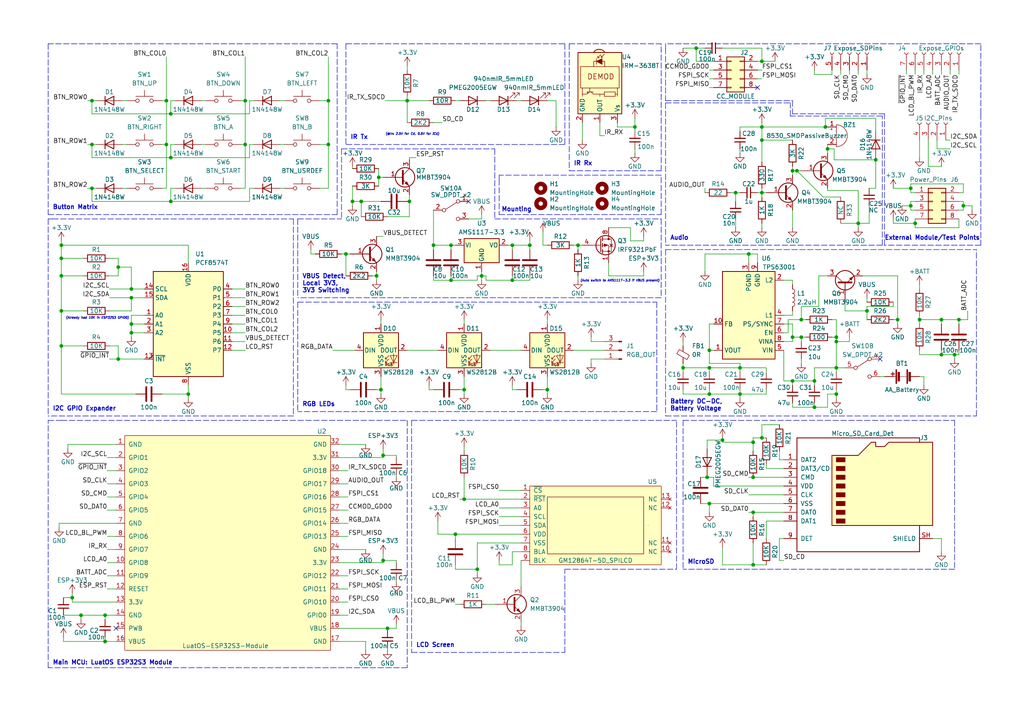
<source format=kicad_sch>
(kicad_sch (version 20211123) (generator eeschema)
  (paper "A4")
  (title_block (title "NuttyBadge Rev. A") (company "by NuttyShell") (comment 1 "Hardware Designed by H0p"))
  (lib_symbols
    (symbol "Connector:Conn_01x03_Male" (pin_names (offset 1.016) hide)
      (property "Reference" "J" (at 0 5.08 0))
      (property "Value" "Conn_01x03_Male" (at 0 -5.08 0))
      (symbol "Conn_01x03_Male_1_1"
        (pin passive line (at 5.08 2.54 180) (length 3.81) (name "Pin_1") (number "1"))
        (pin passive line (at 5.08 0 180) (length 3.81) (name "Pin_2") (number "2"))
        (pin passive line (at 5.08 -2.54 180) (length 3.81) (name "Pin_3") (number "3"))
      )
    )
    (symbol "Connector:Conn_01x04_Female" (pin_names (offset 1.016) hide)
      (property "Reference" "J" (at 0 5.08 0))
      (property "Value" "Conn_01x04_Female" (at 0 -7.62 0))
      (symbol "Conn_01x04_Female_1_1"
        (pin passive line (at -5.08 2.54 0) (length 3.81) (name "Pin_1") (number "1"))
        (pin passive line (at -5.08 0 0) (length 3.81) (name "Pin_2") (number "2"))
        (pin passive line (at -5.08 -2.54 0) (length 3.81) (name "Pin_3") (number "3"))
        (pin passive line (at -5.08 -5.08 0) (length 3.81) (name "Pin_4") (number "4"))
      )
    )
    (symbol "Connector:Conn_01x05_Female" (pin_names (offset 1.016) hide)
      (property "Reference" "J" (at 0 7.62 0))
      (property "Value" "Conn_01x05_Female" (at 0 -7.62 0))
      (symbol "Conn_01x05_Female_1_1"
        (pin passive line (at -5.08 5.08 0) (length 3.81) (name "Pin_1") (number "1"))
        (pin passive line (at -5.08 2.54 0) (length 3.81) (name "Pin_2") (number "2"))
        (pin passive line (at -5.08 0 0) (length 3.81) (name "Pin_3") (number "3"))
        (pin passive line (at -5.08 -2.54 0) (length 3.81) (name "Pin_4") (number "4"))
        (pin passive line (at -5.08 -5.08 0) (length 3.81) (name "Pin_5") (number "5"))
      )
    )
    (symbol "Connector:Conn_01x07_Female" (pin_names (offset 1.016) hide)
      (property "Reference" "J" (at 0 10.16 0))
      (property "Value" "Conn_01x07_Female" (at 0 -10.16 0))
      (symbol "Conn_01x07_Female_1_1"
        (pin passive line (at -5.08 7.62 0) (length 3.81) (name "Pin_1") (number "1"))
        (pin passive line (at -5.08 5.08 0) (length 3.81) (name "Pin_2") (number "2"))
        (pin passive line (at -5.08 2.54 0) (length 3.81) (name "Pin_3") (number "3"))
        (pin passive line (at -5.08 0 0) (length 3.81) (name "Pin_4") (number "4"))
        (pin passive line (at -5.08 -2.54 0) (length 3.81) (name "Pin_5") (number "5"))
        (pin passive line (at -5.08 -5.08 0) (length 3.81) (name "Pin_6") (number "6"))
        (pin passive line (at -5.08 -7.62 0) (length 3.81) (name "Pin_7") (number "7"))
      )
    )
    (symbol "Connector_Generic:Conn_02x04_Odd_Even" (pin_names (offset 1.016) hide)
      (property "Reference" "J" (at 1.27 5.08 0))
      (property "Value" "Conn_02x04_Odd_Even" (at 1.27 -7.62 0))
      (symbol "Conn_02x04_Odd_Even_1_1"
        (pin passive line (at -5.08 2.54 0) (length 3.81) (name "Pin_1") (number "1"))
        (pin passive line (at 7.62 2.54 180) (length 3.81) (name "Pin_2") (number "2"))
        (pin passive line (at -5.08 0 0) (length 3.81) (name "Pin_3") (number "3"))
        (pin passive line (at 7.62 0 180) (length 3.81) (name "Pin_4") (number "4"))
        (pin passive line (at -5.08 -2.54 0) (length 3.81) (name "Pin_5") (number "5"))
        (pin passive line (at 7.62 -2.54 180) (length 3.81) (name "Pin_6") (number "6"))
        (pin passive line (at -5.08 -5.08 0) (length 3.81) (name "Pin_7") (number "7"))
        (pin passive line (at 7.62 -5.08 180) (length 3.81) (name "Pin_8") (number "8"))
      )
    )
    (symbol "Device:Battery" (pin_numbers hide) (pin_names (offset 0) hide)
      (property "Reference" "BT" (at 2.54 2.54 0))
      (property "Value" "Battery" (at 2.54 0 0))
      (symbol "Battery_1_1"
        (pin passive line (at 0 5.08 270) (length 2.54) (name "+") (number "1"))
        (pin passive line (at 0 -5.08 90) (length 2.54) (name "-") (number "2"))
      )
    )
    (symbol "Device:Buzzer" (pin_names (offset 0.0254) hide)
      (property "Reference" "BZ" (at 3.81 1.27 0))
      (property "Value" "Buzzer" (at 3.81 -1.27 0))
      (symbol "Buzzer_1_1"
        (pin passive line (at -2.54 2.54 0) (length 2.54) (name "-") (number "1"))
        (pin passive line (at -2.54 -2.54 0) (length 2.54) (name "+") (number "2"))
      )
    )
    (symbol "Device:C" (pin_numbers hide) (pin_names (offset 0.254))
      (property "Reference" "C" (at 0.635 2.54 0))
      (property "Value" "C" (at 0.635 -2.54 0))
      (symbol "C_1_1"
        (pin passive line (at 0 3.81 270) (length 2.794) (name "~") (number "1"))
        (pin passive line (at 0 -3.81 90) (length 2.794) (name "~") (number "2"))
      )
    )
    (symbol "Device:C_Small" (pin_numbers hide) (pin_names (offset 0.254) hide)
      (property "Reference" "C" (at 0.254 1.778 0))
      (property "Value" "C_Small" (at 0.254 -2.032 0))
      (symbol "C_Small_1_1"
        (pin passive line (at 0 2.54 270) (length 2.032) (name "~") (number "1"))
        (pin passive line (at 0 -2.54 90) (length 2.032) (name "~") (number "2"))
      )
    )
    (symbol "Device:FerriteBead_Small" (pin_numbers hide) (pin_names (offset 0))
      (property "Reference" "FB" (at 1.905 1.27 0))
      (property "Value" "FerriteBead_Small" (at 1.905 -1.27 0))
      (symbol "FerriteBead_Small_1_1"
        (pin passive line (at 0 2.54 270) (length 1.27) (name "~") (number "1"))
        (pin passive line (at 0 -2.54 90) (length 1.27) (name "~") (number "2"))
      )
    )
    (symbol "Device:L" (pin_numbers hide) (pin_names (offset 1.016) hide)
      (property "Reference" "L" (at -1.27 0 90))
      (property "Value" "L" (at 1.905 0 90))
      (symbol "L_1_1"
        (pin passive line (at 0 3.81 270) (length 1.27) (name "1") (number "1"))
        (pin passive line (at 0 -3.81 90) (length 1.27) (name "2") (number "2"))
      )
    )
    (symbol "Device:LED" (pin_numbers hide) (pin_names (offset 1.016) hide)
      (property "Reference" "D" (at 0 2.54 0))
      (property "Value" "LED" (at 0 -2.54 0))
      (symbol "LED_1_1"
        (pin passive line (at -3.81 0 0) (length 2.54) (name "K") (number "1"))
        (pin passive line (at 3.81 0 180) (length 2.54) (name "A") (number "2"))
      )
    )
    (symbol "Device:R" (pin_numbers hide) (pin_names (offset 0))
      (property "Reference" "R" (at 2.032 0 90))
      (property "Value" "R" (at 0 0 90))
      (symbol "R_1_1"
        (pin passive line (at 0 3.81 270) (length 1.27) (name "~") (number "1"))
        (pin passive line (at 0 -3.81 90) (length 1.27) (name "~") (number "2"))
      )
    )
    (symbol "Diode:1N4148W" (pin_numbers hide) (pin_names hide)
      (property "Reference" "D" (at 0 2.54 0))
      (property "Value" "1N4148W" (at 0 -2.54 0))
      (symbol "1N4148W_1_1"
        (pin passive line (at -3.81 0 0) (length 2.54) (name "K") (number "1"))
        (pin passive line (at 3.81 0 180) (length 2.54) (name "A") (number "2"))
      )
    )
    (symbol "ESP+3V3:ESP+3V3" (power) (pin_names (offset 0))
      (property "Value" "ESP+3V3" (at 0 3.556 0))
      (symbol "ESP+3V3_1_1"
        (pin power_in line (at 0 0 90) (length 0) hide (name "ESP+3V3") (number "1"))
      )
    )
    (symbol "ESP32S3_Module:LuatOS-ESP32S3-Module" (pin_names (offset 1.016))
      (property "Reference" "U" (at 27.305 33.655 0))
      (property "Value" "LuatOS-ESP32S3-Module" (at 17.145 -32.385 0))
      (symbol "LuatOS-ESP32S3-Module_1_1"
        (pin power_in line (at -32.385 28.575 0) (length 2.54) (name "GND") (number "1"))
        (pin bidirectional line (at -32.385 -5.715 0) (length 2.54) (name "GPIO8") (number "10"))
        (pin bidirectional line (at -32.385 -9.525 0) (length 2.54) (name "GPIO9") (number "11"))
        (pin bidirectional line (at -32.385 -13.335 0) (length 2.54) (name "RESET") (number "12"))
        (pin power_in line (at -32.385 -17.145 0) (length 2.54) (name "3.3V") (number "13"))
        (pin power_in line (at -32.385 -20.955 0) (length 2.54) (name "GND") (number "14"))
        (pin bidirectional line (at -32.385 -24.765 0) (length 2.54) (name "PWB") (number "15"))
        (pin power_out line (at -32.385 -28.575 0) (length 2.54) (name "VBUS") (number "16"))
        (pin power_in line (at 32.385 -28.575 180) (length 2.54) (name "GND") (number "17"))
        (pin power_out line (at 32.385 -24.765 180) (length 2.54) (name "VBUS") (number "18"))
        (pin bidirectional line (at 32.385 -20.955 180) (length 2.54) (name "GPIO0") (number "19"))
        (pin bidirectional line (at -32.385 24.765 0) (length 2.54) (name "GPIO1") (number "2"))
        (pin bidirectional line (at 32.385 -17.145 180) (length 2.54) (name "GPIO10") (number "20"))
        (pin bidirectional line (at 32.385 -13.335 180) (length 2.54) (name "GPIO11") (number "21"))
        (pin bidirectional line (at 32.385 -9.525 180) (length 2.54) (name "GPIO12") (number "22"))
        (pin power_in line (at 32.385 -5.715 180) (length 2.54) (name "3.3V") (number "23"))
        (pin power_in line (at 32.385 -1.905 180) (length 2.54) (name "GND") (number "24"))
        (pin bidirectional line (at 32.385 1.905 180) (length 2.54) (name "GPIO13") (number "25"))
        (pin bidirectional line (at 32.385 5.715 180) (length 2.54) (name "GPIO14") (number "26"))
        (pin bidirectional line (at 32.385 9.525 180) (length 2.54) (name "GPIO15") (number "27"))
        (pin bidirectional line (at 32.385 13.335 180) (length 2.54) (name "GPIO16") (number "28"))
        (pin bidirectional line (at 32.385 17.145 180) (length 2.54) (name "GPIO17") (number "29"))
        (pin bidirectional line (at -32.385 20.955 0) (length 2.54) (name "GPIO2") (number "3"))
        (pin bidirectional line (at 32.385 20.955 180) (length 2.54) (name "GPIO18") (number "30"))
        (pin power_in line (at 32.385 24.765 180) (length 2.54) (name "3.3V") (number "31"))
        (pin power_in line (at 32.385 28.575 180) (length 2.54) (name "GND") (number "32"))
        (pin bidirectional line (at -32.385 17.145 0) (length 2.54) (name "GPIO3") (number "4"))
        (pin bidirectional line (at -32.385 13.335 0) (length 2.54) (name "GPIO4") (number "5"))
        (pin bidirectional line (at -32.385 9.525 0) (length 2.54) (name "GPIO5") (number "6"))
        (pin power_in line (at -32.385 5.715 0) (length 2.54) (name "GND") (number "7"))
        (pin bidirectional line (at -32.385 1.905 0) (length 2.54) (name "GPIO6") (number "8"))
        (pin bidirectional line (at -32.385 -1.905 0) (length 2.54) (name "GPIO7") (number "9"))
      )
    )
    (symbol "Interface_Expansion:PCF8574A"
      (property "Reference" "U" (at -8.89 16.51 0))
      (property "Value" "PCF8574A" (at 2.54 16.51 0))
      (symbol "PCF8574A_1_1"
        (pin input line (at -12.7 2.54 0) (length 2.54) (name "A0") (number "1"))
        (pin bidirectional line (at 12.7 -2.54 180) (length 2.54) (name "P5") (number "10"))
        (pin bidirectional line (at 12.7 -5.08 180) (length 2.54) (name "P6") (number "11"))
        (pin bidirectional line (at 12.7 -7.62 180) (length 2.54) (name "P7") (number "12"))
        (pin open_collector output_low (at -12.7 -10.16 0) (length 2.54) (name "~{INT}") (number "13"))
        (pin input line (at -12.7 10.16 0) (length 2.54) (name "SCL") (number "14"))
        (pin bidirectional line (at -12.7 7.62 0) (length 2.54) (name "SDA") (number "15"))
        (pin power_in line (at 0 17.78 270) (length 2.54) (name "VDD") (number "16"))
        (pin input line (at -12.7 0 0) (length 2.54) (name "A1") (number "2"))
        (pin input line (at -12.7 -2.54 0) (length 2.54) (name "A2") (number "3"))
        (pin bidirectional line (at 12.7 10.16 180) (length 2.54) (name "P0") (number "4"))
        (pin bidirectional line (at 12.7 7.62 180) (length 2.54) (name "P1") (number "5"))
        (pin bidirectional line (at 12.7 5.08 180) (length 2.54) (name "P2") (number "6"))
        (pin bidirectional line (at 12.7 2.54 180) (length 2.54) (name "P3") (number "7"))
        (pin power_in line (at 0 -17.78 90) (length 2.54) (name "VSS") (number "8"))
        (pin bidirectional line (at 12.7 0 180) (length 2.54) (name "P4") (number "9"))
      )
    )
    (symbol "Interface_Optical:TSOP38G36"
      (property "Reference" "U" (at -10.16 7.62 0))
      (property "Value" "TSOP38G36" (at -10.16 -7.62 0))
      (symbol "TSOP38G36_0_0"
        (text "DEMOD" (at -3.175 0.254 900) (effects (font (size 1.524 1.524))))
      )
      (symbol "TSOP38G36_1_1"
        (pin output line (at 10.16 0 180) (length 2.54) (name "OUT") (number "1"))
        (pin power_in line (at 10.16 -5.08 180) (length 2.54) (name "GND") (number "2"))
        (pin power_in line (at 10.16 5.08 180) (length 2.54) (name "Vs") (number "3"))
      )
    )
    (symbol "LCD_Module:GM12864T-5D_SPILCD" (pin_names (offset 1.016))
      (property "Reference" "U" (at 17.145 12.065 0))
      (property "Value" "GM12864T-5D_SPILCD" (at 7.62 -10.16 0))
      (symbol "GM12864T-5D_SPILCD_1_1"
        (pin input line (at -21.59 10.16 0) (length 2.54) (name "~{CS}") (number "1"))
        (pin no_connect line (at 21.59 -7.62 180) (length 2.54) (name "NC") (number "10"))
        (pin no_connect line (at 21.59 -5.08 180) (length 2.54) (name "NC") (number "11"))
        (pin no_connect line (at 21.59 5.08 180) (length 2.54) (name "NC") (number "12"))
        (pin no_connect line (at 21.59 7.62 180) (length 2.54) (name "NC") (number "13"))
        (pin input line (at -21.59 7.62 0) (length 2.54) (name "~{RST}") (number "2"))
        (pin input line (at -21.59 5.08 0) (length 2.54) (name "A0") (number "3"))
        (pin input line (at -21.59 2.54 0) (length 2.54) (name "SCL") (number "4"))
        (pin input line (at -21.59 0 0) (length 2.54) (name "SDA") (number "5"))
        (pin power_in line (at -21.59 -2.54 0) (length 2.54) (name "VDD") (number "6"))
        (pin power_in line (at -21.59 -5.08 0) (length 2.54) (name "VSS") (number "7"))
        (pin power_in line (at -21.59 -7.62 0) (length 2.54) (name "BLA") (number "8"))
        (pin power_out line (at -21.59 -10.16 0) (length 2.54) (name "BLK") (number "9"))
      )
    )
    (symbol "LED:WS2812B" (pin_names (offset 0.254))
      (property "Reference" "D" (at 5.08 5.715 0))
      (property "Value" "WS2812B" (at 1.27 -5.715 0))
      (symbol "WS2812B_0_0"
        (text "RGB" (at 2.286 -4.191 0) (effects (font (size 0.762 0.762))))
      )
      (symbol "WS2812B_1_1"
        (pin power_in line (at 0 7.62 270) (length 2.54) (name "VDD") (number "1"))
        (pin output line (at 7.62 0 180) (length 2.54) (name "DOUT") (number "2"))
        (pin power_in line (at 0 -7.62 90) (length 2.54) (name "VSS") (number "3"))
        (pin input line (at -7.62 0 0) (length 2.54) (name "DIN") (number "4"))
      )
    )
    (symbol "Mechanical:MountingHole" (pin_names (offset 1.016))
      (property "Reference" "H" (at 0 5.08 0))
      (property "Value" "MountingHole" (at 0 3.175 0))
    )
    (symbol "MicroSD_Slot:Micro_SD_Card_Det" (pin_names (offset 1.016))
      (property "Reference" "J" (at -16.51 17.78 0))
      (property "Value" "Micro_SD_Card_Det" (at 16.51 17.78 0))
      (symbol "Micro_SD_Card_Det_1_1"
        (pin bidirectional line (at -22.86 10.16 0) (length 3.81) (name "DAT2") (number "1"))
        (pin bidirectional line (at -22.86 7.62 0) (length 3.81) (name "DAT3/CD") (number "2"))
        (pin input line (at -22.86 5.08 0) (length 3.81) (name "CMD") (number "3"))
        (pin power_in line (at -22.86 2.54 0) (length 3.81) (name "VDD") (number "4"))
        (pin input line (at -22.86 0 0) (length 3.81) (name "CLK") (number "5"))
        (pin power_in line (at -22.86 -2.54 0) (length 3.81) (name "VSS") (number "6"))
        (pin bidirectional line (at -22.86 -5.08 0) (length 3.81) (name "DAT0") (number "7"))
        (pin bidirectional line (at -22.86 -7.62 0) (length 3.81) (name "DAT1") (number "8"))
        (pin passive line (at -22.86 -12.7 0) (length 3.81) (name "DET") (number "9"))
        (pin passive line (at 20.32 -12.7 180) (length 3.81) (name "SHIELD") (number "SH"))
      )
    )
    (symbol "Regulator_Linear:AMS1117-3.3" (pin_names (offset 0.254))
      (property "Reference" "U" (at -3.81 3.175 0))
      (property "Value" "AMS1117-3.3" (at 0 3.175 0))
      (symbol "AMS1117-3.3_1_1"
        (pin power_in line (at 0 -7.62 90) (length 2.54) (name "GND") (number "1"))
        (pin power_out line (at 7.62 0 180) (length 2.54) (name "VO") (number "2"))
        (pin power_in line (at -7.62 0 0) (length 2.54) (name "VI") (number "3"))
      )
    )
    (symbol "Regulator_Switching:TPS63001"
      (property "Reference" "U" (at -7.62 13.97 0))
      (property "Value" "TPS63001" (at 5.08 13.97 0))
      (symbol "TPS63001_1_1"
        (pin power_out line (at 10.16 10.16 180) (length 2.54) (name "VOUT") (number "1"))
        (pin input line (at 10.16 2.54 180) (length 2.54) (name "FB") (number "10"))
        (pin passive line (at 0 -15.24 90) (length 2.54) hide (name "PGND") (number "11"))
        (pin input line (at -10.16 -10.16 0) (length 2.54) (name "L2") (number "2"))
        (pin power_in line (at 0 -15.24 90) (length 2.54) (name "PGND") (number "3"))
        (pin input line (at -10.16 0 0) (length 2.54) (name "L1") (number "4"))
        (pin power_in line (at -10.16 10.16 0) (length 2.54) (name "VIN") (number "5"))
        (pin input line (at -10.16 5.08 0) (length 2.54) (name "EN") (number "6"))
        (pin input line (at -10.16 2.54 0) (length 2.54) (name "PS/SYNC") (number "7"))
        (pin power_in line (at -10.16 7.62 0) (length 2.54) (name "VINA") (number "8"))
        (pin power_in line (at -2.54 -15.24 90) (length 2.54) (name "GND") (number "9"))
      )
    )
    (symbol "Switch:SW_DPDT_x2" (pin_names (offset 0) hide)
      (property "Reference" "SW" (at 0 4.318 0))
      (property "Value" "SW_DPDT_x2" (at 0 -5.08 0))
      (symbol "SW_DPDT_x2_1_1"
        (pin passive line (at 5.08 2.54 180) (length 2.54) (name "A") (number "1"))
        (pin passive line (at -5.08 0 0) (length 2.54) (name "B") (number "2"))
        (pin passive line (at 5.08 -2.54 180) (length 2.54) (name "C") (number "3"))
      )
      (symbol "SW_DPDT_x2_2_1"
        (pin passive line (at 5.08 2.54 180) (length 2.54) (name "A") (number "4"))
        (pin passive line (at -5.08 0 0) (length 2.54) (name "B") (number "5"))
        (pin passive line (at 5.08 -2.54 180) (length 2.54) (name "C") (number "6"))
      )
    )
    (symbol "Switch:SW_Push" (pin_numbers hide) (pin_names (offset 1.016) hide)
      (property "Reference" "SW" (at 1.27 2.54 0))
      (property "Value" "SW_Push" (at 0 -1.524 0))
      (symbol "SW_Push_0_1"
        (pin passive line (at -5.08 0 0) (length 2.54) (name "1") (number "1"))
        (pin passive line (at 5.08 0 180) (length 2.54) (name "2") (number "2"))
      )
    )
    (symbol "Transistor_BJT:MMBT3904" (pin_names (offset 0) hide)
      (property "Reference" "Q" (at 5.08 1.905 0))
      (property "Value" "MMBT3904" (at 5.08 0 0))
      (symbol "MMBT3904_1_1"
        (pin input line (at -5.08 0 0) (length 5.715) (name "B") (number "1"))
        (pin passive line (at 2.54 -5.08 90) (length 2.54) (name "E") (number "2"))
        (pin passive line (at 2.54 5.08 270) (length 2.54) (name "C") (number "3"))
      )
    )
    (symbol "Transistor_FET:IRF7404" (pin_names hide)
      (property "Reference" "Q" (at 5.08 1.905 0))
      (property "Value" "IRF7404" (at 5.08 0 0))
      (symbol "IRF7404_1_1"
        (pin passive line (at 2.54 -5.08 90) (length 2.54) (name "S") (number "1"))
        (pin passive line (at 2.54 -5.08 90) (length 2.54) hide (name "S") (number "2"))
        (pin passive line (at 2.54 -5.08 90) (length 2.54) hide (name "S") (number "3"))
        (pin passive line (at -5.08 0 0) (length 2.54) (name "G") (number "4"))
        (pin passive line (at 2.54 5.08 270) (length 2.54) hide (name "D") (number "5"))
        (pin passive line (at 2.54 5.08 270) (length 2.54) hide (name "D") (number "6"))
        (pin passive line (at 2.54 5.08 270) (length 2.54) hide (name "D") (number "7"))
        (pin passive line (at 2.54 5.08 270) (length 2.54) (name "D") (number "8"))
      )
    )
    (symbol "power:+3.3V" (power) (pin_names (offset 0))
      (property "Value" "+3.3V" (at 0 3.556 0))
      (symbol "+3.3V_1_1"
        (pin power_in line (at 0 0 90) (length 0) hide (name "+3.3V") (number "1"))
      )
    )
    (symbol "power:+BATT" (power) (pin_names (offset 0))
      (property "Value" "+BATT" (at 0 3.556 0))
      (symbol "+BATT_1_1"
        (pin power_in line (at 0 0 90) (length 0) hide (name "+BATT") (number "1"))
      )
    )
    (symbol "power:GND" (power) (pin_names (offset 0))
      (property "Value" "GND" (at 0 -3.81 0))
      (symbol "GND_1_1"
        (pin power_in line (at 0 0 270) (length 0) hide (name "GND") (number "1"))
      )
    )
    (symbol "power:VBUS" (power) (pin_names (offset 0))
      (property "Value" "VBUS" (at 0 3.81 0))
      (symbol "VBUS_1_1"
        (pin power_in line (at 0 0 90) (length 0) hide (name "VBUS") (number "1"))
      )
    )
  )
  (junction (at 111.125 132.08))
  (junction (at 109.22 80.01))
  (junction (at 254 46.355))
  (junction (at 104.775 58.42))
  (junction (at 71.12 29.21))
  (junction (at 125.73 71.12))
  (junction (at 273.05 92.71))
  (junction (at 17.78 90.17))
  (junction (at 214.63 114.3))
  (junction (at 205.74 114.3))
  (junction (at 130.81 71.12))
  (junction (at 20.955 173.355))
  (junction (at 213.36 55.88))
  (junction (at 30.48 186.055))
  (junction (at 54.61 114.3))
  (junction (at 110.49 113.03))
  (junction (at 205.74 106.68))
  (junction (at 236.22 118.11))
  (junction (at 34.29 104.14))
  (junction (at 248.92 64.77))
  (junction (at 17.78 74.93))
  (junction (at 148.59 81.28))
  (junction (at 266.7 92.71))
  (junction (at 49.53 45.72))
  (junction (at 205.74 146.05))
  (junction (at 134.62 113.03))
  (junction (at 100.33 73.66))
  (junction (at 229.87 110.49))
  (junction (at 26.67 29.21))
  (junction (at 265.43 64.77))
  (junction (at 218.44 138.43))
  (junction (at 112.395 182.245))
  (junction (at 217.17 73.66))
  (junction (at 26.67 54.61))
  (junction (at 95.25 41.91))
  (junction (at 198.12 106.68))
  (junction (at 48.26 29.21))
  (junction (at 71.12 41.91))
  (junction (at 49.53 58.42))
  (junction (at 109.855 51.435))
  (junction (at 30.48 178.435))
  (junction (at 134.62 144.78))
  (junction (at 218.44 163.83))
  (junction (at 242.57 99.06))
  (junction (at 239.395 36.83))
  (junction (at 139.7 80.01))
  (junction (at 148.59 71.12))
  (junction (at 17.78 80.01))
  (junction (at 251.46 90.17))
  (junction (at 209.55 127.635))
  (junction (at 118.745 58.42))
  (junction (at 220.98 17.78))
  (junction (at 214.63 106.68))
  (junction (at 26.67 41.91))
  (junction (at 205.105 138.43))
  (junction (at 218.44 148.59))
  (junction (at 264.16 54.61))
  (junction (at 279.4 59.69))
  (junction (at 278.13 92.71))
  (junction (at 38.1 96.52))
  (junction (at 240.03 43.18))
  (junction (at 260.35 92.71))
  (junction (at 205.74 101.6))
  (junction (at 38.1 86.36))
  (junction (at 118.11 29.21))
  (junction (at 17.78 71.12))
  (junction (at 153.67 71.12))
  (junction (at 132.08 154.94))
  (junction (at 111.125 162.56))
  (junction (at 220.98 127))
  (junction (at 102.235 58.42))
  (junction (at 229.87 97.79))
  (junction (at 231.14 49.53))
  (junction (at 158.75 113.03))
  (junction (at 242.57 114.3))
  (junction (at 276.86 102.87))
  (junction (at 242.57 106.68))
  (junction (at 34.29 77.47))
  (junction (at 220.98 36.83))
  (junction (at 95.25 29.21))
  (junction (at 23.495 178.435))
  (junction (at 232.41 92.71))
  (junction (at 38.1 83.82))
  (junction (at 184.15 36.83))
  (junction (at 236.22 110.49))
  (junction (at 201.93 13.97))
  (junction (at 17.78 100.33))
  (junction (at 38.1 93.98))
  (junction (at 273.05 102.87))
  (junction (at 242.57 97.79))
  (junction (at 138.43 165.1))
  (junction (at 167.64 71.12))
  (junction (at 48.26 41.91))
  (junction (at 130.81 81.28))
  (junction (at 49.53 33.02))
  (junction (at 229.87 49.53))
  (junction (at 232.41 97.79))
  (junction (at 264.16 59.69))
  (junction (at 220.98 55.88))
  (junction (at 218.44 128.27))
  (junction (at 220.98 40.64))
  (no_connect (at 33.655 182.245))
  (no_connect (at 219.71 25.4))
  (no_connect (at 135.89 58.42))
  (no_connect (at 255.27 104.14))
  (polyline (pts (xy 193.04 29.845) (xy 229.235 29.845)))
  (polyline (pts (xy 191.77 63.5) (xy 191.77 86.36)))
  (wire (pts (xy 279.4 59.69) (xy 279.4 60.96)))
  (wire (pts (xy 227.33 156.21) (xy 226.06 156.21)))
  (wire (pts (xy 92.71 41.91) (xy 95.25 41.91)))
  (wire (pts (xy 201.93 13.97) (xy 204.47 13.97)))
  (wire (pts (xy 214.63 36.83) (xy 220.98 36.83)))
  (wire (pts (xy 254 54.61) (xy 252.095 54.61)))
  (wire (pts (xy 264.16 53.34) (xy 279.4 53.34)))
  (wire (pts (xy 48.26 41.91) (xy 48.26 54.61)))
  (wire (pts (xy 214.63 114.3) (xy 214.63 115.57)))
  (wire (pts (xy 179.07 35.56) (xy 179.07 36.83)))
  (polyline (pts (xy 86.36 87.63) (xy 86.36 119.38)))
  (wire (pts (xy 132.08 154.94) (xy 151.13 154.94)))
  (wire (pts (xy 240.03 43.18) (xy 240.03 44.45)))
  (wire (pts (xy 232.41 88.9) (xy 232.41 92.71)))
  (wire (pts (xy 31.115 163.195) (xy 33.655 163.195)))
  (polyline (pts (xy 119.38 121.92) (xy 119.38 189.23)))
  (wire (pts (xy 266.7 82.55) (xy 266.7 83.82)))
  (wire (pts (xy 205.74 113.03) (xy 205.74 114.3)))
  (wire (pts (xy 273.05 102.87) (xy 266.7 102.87)))
  (wire (pts (xy 220.98 35.56) (xy 220.98 36.83)))
  (wire (pts (xy 228.6 92.71) (xy 232.41 92.71)))
  (wire (pts (xy 95.25 29.21) (xy 95.25 41.91)))
  (wire (pts (xy 111.125 162.56) (xy 114.935 162.56)))
  (wire (pts (xy 58.42 54.61) (xy 59.69 54.61)))
  (wire (pts (xy 254 46.355) (xy 254 54.61)))
  (wire (pts (xy 111.125 160.655) (xy 111.125 162.56)))
  (wire (pts (xy 222.25 107.95) (xy 222.25 106.68)))
  (polyline (pts (xy 284.48 33.02) (xy 284.48 12.7)))
  (wire (pts (xy 220.98 64.77) (xy 220.98 66.04)))
  (wire (pts (xy 98.425 186.055) (xy 106.045 186.055)))
  (wire (pts (xy 124.46 111.76) (xy 124.46 113.03)))
  (wire (pts (xy 112.395 182.245) (xy 112.395 182.88)))
  (wire (pts (xy 98.425 136.525) (xy 100.965 136.525)))
  (wire (pts (xy 242.57 106.68) (xy 242.57 107.95)))
  (wire (pts (xy 41.91 91.44) (xy 38.1 91.44)))
  (wire (pts (xy 205.105 137.795) (xy 205.105 138.43)))
  (polyline (pts (xy 193.04 29.845) (xy 193.04 71.12)))
  (wire (pts (xy 242.57 113.03) (xy 242.57 114.3)))
  (wire (pts (xy 232.41 104.14) (xy 232.41 105.41)))
  (polyline (pts (xy 100.33 12.7) (xy 163.83 12.7)))
  (wire (pts (xy 114.935 132.08) (xy 114.935 132.715)))
  (wire (pts (xy 220.98 40.64) (xy 220.98 46.99)))
  (wire (pts (xy 148.59 111.76) (xy 148.59 113.03)))
  (wire (pts (xy 38.1 96.52) (xy 41.91 96.52)))
  (polyline (pts (xy 191.77 49.53) (xy 191.77 12.7)))
  (wire (pts (xy 19.685 128.905) (xy 33.655 128.905)))
  (wire (pts (xy 278.13 58.42) (xy 279.4 58.42)))
  (wire (pts (xy 205.74 93.98) (xy 205.74 101.6)))
  (wire (pts (xy 212.09 55.88) (xy 213.36 55.88)))
  (wire (pts (xy 205.74 114.3) (xy 214.63 114.3)))
  (polyline (pts (xy 198.12 121.92) (xy 276.86 121.92)))
  (wire (pts (xy 100.33 73.66) (xy 101.6 73.66)))
  (wire (pts (xy 138.43 80.01) (xy 139.7 80.01)))
  (wire (pts (xy 182.88 66.04) (xy 176.53 66.04)))
  (wire (pts (xy 236.22 110.49) (xy 229.87 110.49)))
  (polyline (pts (xy 97.79 62.23) (xy 97.79 12.7)))
  (wire (pts (xy 242.57 92.71) (xy 242.57 97.79)))
  (wire (pts (xy 232.41 97.79) (xy 232.41 99.06)))
  (wire (pts (xy 255.27 109.22) (xy 256.54 109.22)))
  (wire (pts (xy 149.86 29.21) (xy 151.13 29.21)))
  (wire (pts (xy 34.29 77.47) (xy 34.29 80.01)))
  (wire (pts (xy 33.655 174.625) (xy 20.955 174.625)))
  (wire (pts (xy 281.94 59.69) (xy 281.94 60.96)))
  (wire (pts (xy 31.75 83.82) (xy 38.1 83.82)))
  (wire (pts (xy 267.97 109.22) (xy 267.97 111.76)))
  (wire (pts (xy 229.87 48.26) (xy 229.87 49.53)))
  (wire (pts (xy 207.01 140.97) (xy 207.01 138.43)))
  (wire (pts (xy 220.98 123.19) (xy 220.98 127)))
  (wire (pts (xy 130.81 80.01) (xy 130.81 81.28)))
  (wire (pts (xy 17.78 114.3) (xy 39.37 114.3)))
  (wire (pts (xy 265.43 66.04) (xy 265.43 64.77)))
  (wire (pts (xy 278.13 92.71) (xy 273.05 92.71)))
  (wire (pts (xy 67.31 96.52) (xy 71.12 96.52)))
  (wire (pts (xy 95.25 41.91) (xy 95.25 54.61)))
  (wire (pts (xy 50.8 54.61) (xy 49.53 54.61)))
  (wire (pts (xy 218.44 148.59) (xy 227.33 148.59)))
  (wire (pts (xy 158.75 71.12) (xy 157.48 71.12)))
  (wire (pts (xy 242.57 99.06) (xy 242.57 106.68)))
  (wire (pts (xy 241.935 46.355) (xy 241.935 43.18)))
  (wire (pts (xy 110.49 109.22) (xy 110.49 113.03)))
  (wire (pts (xy 134.62 129.54) (xy 134.62 130.81)))
  (wire (pts (xy 26.67 54.61) (xy 27.94 54.61)))
  (wire (pts (xy 35.56 54.61) (xy 36.83 54.61)))
  (wire (pts (xy 17.78 69.85) (xy 17.78 71.12)))
  (wire (pts (xy 229.87 49.53) (xy 231.14 49.53)))
  (wire (pts (xy 248.92 55.245) (xy 248.92 64.77)))
  (wire (pts (xy 220.98 36.83) (xy 239.395 36.83)))
  (wire (pts (xy 31.115 144.145) (xy 33.655 144.145)))
  (wire (pts (xy 17.145 151.765) (xy 33.655 151.765)))
  (wire (pts (xy 31.75 100.33) (xy 34.29 100.33)))
  (wire (pts (xy 205.74 146.05) (xy 227.33 146.05)))
  (wire (pts (xy 111.125 132.08) (xy 111.125 132.715)))
  (wire (pts (xy 246.38 97.79) (xy 246.38 99.06)))
  (wire (pts (xy 203.2 146.05) (xy 205.74 146.05)))
  (wire (pts (xy 266.7 92.71) (xy 273.05 92.71)))
  (wire (pts (xy 49.53 58.42) (xy 26.67 58.42)))
  (wire (pts (xy 239.395 34.29) (xy 254 34.29)))
  (wire (pts (xy 264.16 58.42) (xy 264.16 59.69)))
  (wire (pts (xy 69.85 54.61) (xy 71.12 54.61)))
  (wire (pts (xy 184.15 36.83) (xy 179.07 36.83)))
  (wire (pts (xy 148.59 160.02) (xy 148.59 163.83)))
  (wire (pts (xy 222.25 135.89) (xy 227.33 135.89)))
  (wire (pts (xy 72.39 33.02) (xy 49.53 33.02)))
  (wire (pts (xy 229.87 91.44) (xy 227.33 91.44)))
  (wire (pts (xy 229.87 93.98) (xy 229.87 97.79)))
  (polyline (pts (xy 143.51 43.18) (xy 143.51 63.5)))
  (wire (pts (xy 30.48 178.435) (xy 30.48 179.705)))
  (wire (pts (xy 72.39 29.21) (xy 72.39 33.02)))
  (wire (pts (xy 219.71 20.32) (xy 220.98 20.32)))
  (wire (pts (xy 98.425 167.005) (xy 100.965 167.005)))
  (wire (pts (xy 266.7 109.22) (xy 267.97 109.22)))
  (wire (pts (xy 114.935 137.795) (xy 114.935 138.43)))
  (wire (pts (xy 242.57 114.3) (xy 240.03 114.3)))
  (wire (pts (xy 140.97 29.21) (xy 142.24 29.21)))
  (wire (pts (xy 217.17 143.51) (xy 227.33 143.51)))
  (wire (pts (xy 214.63 114.3) (xy 222.25 114.3)))
  (wire (pts (xy 229.87 110.49) (xy 229.87 111.76)))
  (wire (pts (xy 148.59 81.28) (xy 140.97 81.28)))
  (wire (pts (xy 232.41 92.71) (xy 233.68 92.71)))
  (wire (pts (xy 222.25 151.13) (xy 227.33 151.13)))
  (wire (pts (xy 67.31 86.36) (xy 71.12 86.36)))
  (wire (pts (xy 132.08 154.94) (xy 132.08 156.21)))
  (wire (pts (xy 35.56 29.21) (xy 36.83 29.21)))
  (wire (pts (xy 54.61 71.12) (xy 54.61 76.2)))
  (wire (pts (xy 109.22 80.01) (xy 109.22 81.28)))
  (wire (pts (xy 46.99 29.21) (xy 48.26 29.21)))
  (wire (pts (xy 25.4 54.61) (xy 26.67 54.61)))
  (wire (pts (xy 111.125 130.175) (xy 111.125 132.08)))
  (wire (pts (xy 127 154.94) (xy 132.08 154.94)))
  (wire (pts (xy 148.59 80.01) (xy 148.59 81.28)))
  (wire (pts (xy 265.43 58.42) (xy 264.16 58.42)))
  (wire (pts (xy 265.43 20.32) (xy 265.43 21.59)))
  (polyline (pts (xy 99.06 43.18) (xy 143.51 43.18)))
  (polyline (pts (xy 193.04 120.65) (xy 283.21 120.65)))
  (wire (pts (xy 48.26 16.51) (xy 48.26 29.21)))
  (wire (pts (xy 186.69 69.85) (xy 182.88 69.85)))
  (wire (pts (xy 251.46 20.32) (xy 251.46 21.59)))
  (wire (pts (xy 49.53 45.72) (xy 49.53 41.91)))
  (wire (pts (xy 71.12 29.21) (xy 71.12 41.91)))
  (wire (pts (xy 134.62 92.71) (xy 134.62 93.98)))
  (wire (pts (xy 109.22 68.58) (xy 111.125 68.58)))
  (wire (pts (xy 125.73 80.01) (xy 125.73 81.28)))
  (wire (pts (xy 134.62 138.43) (xy 134.62 144.78)))
  (wire (pts (xy 104.775 62.865) (xy 104.775 58.42)))
  (polyline (pts (xy 97.79 12.7) (xy 13.97 12.7)))
  (wire (pts (xy 205.105 130.175) (xy 205.105 127.635)))
  (wire (pts (xy 125.73 71.12) (xy 125.73 72.39)))
  (wire (pts (xy 173.99 39.37) (xy 175.26 39.37)))
  (wire (pts (xy 250.19 80.01) (xy 260.35 80.01)))
  (wire (pts (xy 166.37 101.6) (xy 175.26 101.6)))
  (wire (pts (xy 217.17 73.66) (xy 219.71 73.66)))
  (wire (pts (xy 54.61 114.3) (xy 54.61 115.57)))
  (wire (pts (xy 274.32 40.64) (xy 275.59 40.64)))
  (wire (pts (xy 54.61 111.76) (xy 54.61 114.3)))
  (wire (pts (xy 31.75 74.93) (xy 34.29 74.93)))
  (polyline (pts (xy 256.54 33.02) (xy 229.87 33.02)))
  (wire (pts (xy 72.39 54.61) (xy 72.39 58.42)))
  (wire (pts (xy 203.2 138.43) (xy 205.105 138.43)))
  (wire (pts (xy 242.57 97.79) (xy 242.57 99.06)))
  (wire (pts (xy 114.935 168.275) (xy 114.935 168.91)))
  (wire (pts (xy 243.84 64.77) (xy 248.92 64.77)))
  (wire (pts (xy 67.31 99.06) (xy 71.12 99.06)))
  (polyline (pts (xy 229.235 33.655) (xy 229.235 29.845)))
  (wire (pts (xy 245.11 87.63) (xy 245.11 90.17)))
  (wire (pts (xy 73.66 54.61) (xy 72.39 54.61)))
  (wire (pts (xy 38.1 93.98) (xy 38.1 96.52)))
  (wire (pts (xy 151.13 162.56) (xy 151.13 170.18)))
  (wire (pts (xy 81.28 41.91) (xy 82.55 41.91)))
  (polyline (pts (xy 190.5 87.63) (xy 190.5 119.38)))
  (wire (pts (xy 209.55 128.27) (xy 218.44 128.27)))
  (wire (pts (xy 18.415 184.785) (xy 18.415 186.055)))
  (polyline (pts (xy 198.12 121.92) (xy 198.12 165.1)))
  (wire (pts (xy 167.64 80.01) (xy 167.64 81.28)))
  (wire (pts (xy 106.045 186.055) (xy 106.045 188.595)))
  (polyline (pts (xy 163.83 12.7) (xy 163.83 41.91)))
  (polyline (pts (xy 191.77 50.8) (xy 144.78 50.8)))
  (wire (pts (xy 242.57 106.68) (xy 245.11 106.68)))
  (polyline (pts (xy 119.38 121.92) (xy 196.215 121.92)))
  (wire (pts (xy 226.06 123.19) (xy 220.98 123.19)))
  (wire (pts (xy 125.73 60.96) (xy 125.73 71.12)))
  (wire (pts (xy 198.12 114.3) (xy 198.12 113.03)))
  (wire (pts (xy 138.43 165.1) (xy 138.43 166.37)))
  (wire (pts (xy 114.935 182.245) (xy 114.935 180.975)))
  (wire (pts (xy 26.67 58.42) (xy 26.67 54.61)))
  (wire (pts (xy 205.74 106.68) (xy 205.74 107.95)))
  (wire (pts (xy 46.99 54.61) (xy 48.26 54.61)))
  (wire (pts (xy 26.67 29.21) (xy 27.94 29.21)))
  (wire (pts (xy 264.16 60.96) (xy 265.43 60.96)))
  (wire (pts (xy 222.25 156.21) (xy 222.25 151.13)))
  (wire (pts (xy 259.08 63.5) (xy 259.08 64.77)))
  (wire (pts (xy 17.145 153.035) (xy 17.145 151.765)))
  (wire (pts (xy 17.78 80.01) (xy 17.78 90.17)))
  (polyline (pts (xy 13.97 63.5) (xy 13.97 120.65)))
  (wire (pts (xy 35.56 41.91) (xy 36.83 41.91)))
  (wire (pts (xy 276.86 102.87) (xy 276.86 104.14)))
  (wire (pts (xy 95.25 16.51) (xy 95.25 29.21)))
  (wire (pts (xy 213.36 55.88) (xy 214.63 55.88)))
  (wire (pts (xy 25.4 29.21) (xy 26.67 29.21)))
  (wire (pts (xy 240.03 114.3) (xy 240.03 118.11)))
  (wire (pts (xy 120.65 45.72) (xy 118.745 45.72)))
  (wire (pts (xy 279.4 53.34) (xy 279.4 55.88)))
  (polyline (pts (xy 13.97 63.5) (xy 15.24 63.5)))
  (wire (pts (xy 229.87 49.53) (xy 229.87 50.8)))
  (wire (pts (xy 229.87 97.79) (xy 232.41 97.79)))
  (wire (pts (xy 38.1 86.36) (xy 41.91 86.36)))
  (polyline (pts (xy 191.77 62.23) (xy 191.77 50.8)))
  (wire (pts (xy 67.31 93.98) (xy 71.12 93.98)))
  (wire (pts (xy 229.87 110.49) (xy 227.33 110.49)))
  (wire (pts (xy 168.91 35.56) (xy 168.91 40.64)))
  (polyline (pts (xy 163.83 41.91) (xy 100.33 41.91)))
  (wire (pts (xy 125.73 35.56) (xy 128.27 35.56)))
  (wire (pts (xy 18.415 178.435) (xy 23.495 178.435)))
  (wire (pts (xy 118.11 29.21) (xy 118.11 35.56)))
  (wire (pts (xy 205.74 20.32) (xy 207.01 20.32)))
  (wire (pts (xy 144.78 142.24) (xy 151.13 142.24)))
  (wire (pts (xy 226.06 162.56) (xy 227.33 162.56)))
  (wire (pts (xy 171.45 104.14) (xy 175.26 104.14)))
  (wire (pts (xy 205.105 138.43) (xy 207.01 138.43)))
  (wire (pts (xy 260.35 92.71) (xy 260.35 93.98)))
  (wire (pts (xy 23.495 178.435) (xy 30.48 178.435)))
  (wire (pts (xy 139.7 63.5) (xy 135.89 63.5)))
  (wire (pts (xy 158.75 113.03) (xy 158.75 114.3)))
  (wire (pts (xy 139.7 78.74) (xy 139.7 80.01)))
  (wire (pts (xy 127 154.94) (xy 127 151.13)))
  (wire (pts (xy 176.53 80.01) (xy 176.53 76.2)))
  (wire (pts (xy 205.74 101.6) (xy 205.74 105.41)))
  (wire (pts (xy 67.31 83.82) (xy 71.12 83.82)))
  (wire (pts (xy 251.46 90.17) (xy 251.46 92.71)))
  (wire (pts (xy 243.84 20.32) (xy 243.84 21.59)))
  (wire (pts (xy 236.22 21.59) (xy 241.3 21.59)))
  (wire (pts (xy 118.11 27.94) (xy 118.11 29.21)))
  (wire (pts (xy 214.63 114.3) (xy 214.63 113.03)))
  (wire (pts (xy 118.745 62.865) (xy 118.745 58.42)))
  (wire (pts (xy 151.13 181.61) (xy 151.13 180.34)))
  (wire (pts (xy 132.08 165.1) (xy 138.43 165.1)))
  (wire (pts (xy 118.11 58.42) (xy 118.745 58.42)))
  (polyline (pts (xy 196.215 165.1) (xy 196.215 121.92)))
  (wire (pts (xy 248.92 64.77) (xy 248.92 66.04)))
  (wire (pts (xy 205.74 22.86) (xy 207.01 22.86)))
  (wire (pts (xy 201.93 17.78) (xy 207.01 17.78)))
  (wire (pts (xy 109.22 78.74) (xy 109.22 80.01)))
  (wire (pts (xy 209.55 127) (xy 209.55 127.635)))
  (wire (pts (xy 17.78 74.93) (xy 17.78 80.01)))
  (polyline (pts (xy 144.78 62.23) (xy 191.77 62.23)))
  (wire (pts (xy 118.11 101.6) (xy 127 101.6)))
  (wire (pts (xy 213.36 63.5) (xy 213.36 66.04)))
  (wire (pts (xy 109.855 48.895) (xy 109.855 51.435)))
  (polyline (pts (xy 229.87 29.21) (xy 229.87 33.02)))
  (polyline (pts (xy 17.78 121.92) (xy 118.11 121.92)))
  (wire (pts (xy 227.33 140.97) (xy 207.01 140.97)))
  (wire (pts (xy 219.71 55.88) (xy 220.98 55.88)))
  (polyline (pts (xy 255.905 71.12) (xy 193.04 71.12)))
  (wire (pts (xy 217.17 138.43) (xy 218.44 138.43)))
  (wire (pts (xy 144.78 147.32) (xy 151.13 147.32)))
  (wire (pts (xy 25.4 41.91) (xy 26.67 41.91)))
  (wire (pts (xy 205.74 105.41) (xy 214.63 105.41)))
  (polyline (pts (xy 85.09 63.5) (xy 85.09 120.65)))
  (wire (pts (xy 205.74 146.05) (xy 205.74 148.59)))
  (wire (pts (xy 26.67 41.91) (xy 27.94 41.91)))
  (wire (pts (xy 271.78 40.64) (xy 271.78 43.18)))
  (wire (pts (xy 231.14 49.53) (xy 238.76 57.15)))
  (wire (pts (xy 248.92 20.32) (xy 248.92 21.59)))
  (wire (pts (xy 100.33 111.76) (xy 100.33 113.03)))
  (wire (pts (xy 220.98 55.88) (xy 220.98 57.15)))
  (polyline (pts (xy 276.86 165.1) (xy 198.12 165.1)))
  (polyline (pts (xy 276.86 121.92) (xy 276.86 165.1)))
  (wire (pts (xy 38.1 93.98) (xy 41.91 93.98)))
  (wire (pts (xy 220.98 55.88) (xy 222.25 55.88)))
  (wire (pts (xy 31.75 80.01) (xy 34.29 80.01)))
  (wire (pts (xy 198.12 106.68) (xy 198.12 107.95)))
  (wire (pts (xy 138.43 157.48) (xy 138.43 165.1)))
  (wire (pts (xy 205.74 114.3) (xy 198.12 114.3)))
  (wire (pts (xy 209.55 158.75) (xy 209.55 163.83)))
  (wire (pts (xy 262.89 20.32) (xy 262.89 21.59)))
  (wire (pts (xy 266.7 101.6) (xy 266.7 102.87)))
  (wire (pts (xy 149.86 113.03) (xy 148.59 113.03)))
  (wire (pts (xy 236.22 20.32) (xy 236.22 21.59)))
  (wire (pts (xy 158.75 109.22) (xy 158.75 113.03)))
  (wire (pts (xy 161.29 29.21) (xy 161.29 36.83)))
  (wire (pts (xy 138.43 81.28) (xy 138.43 80.01)))
  (wire (pts (xy 236.22 106.68) (xy 242.57 106.68)))
  (wire (pts (xy 18.415 173.355) (xy 20.955 173.355)))
  (polyline (pts (xy 143.51 63.5) (xy 191.77 63.5)))
  (wire (pts (xy 91.44 73.66) (xy 90.17 73.66)))
  (wire (pts (xy 134.62 113.03) (xy 134.62 114.3)))
  (wire (pts (xy 30.48 178.435) (xy 33.655 178.435)))
  (wire (pts (xy 229.87 99.06) (xy 227.33 99.06)))
  (wire (pts (xy 236.22 106.68) (xy 236.22 110.49)))
  (wire (pts (xy 278.13 92.71) (xy 278.13 93.98)))
  (polyline (pts (xy 163.83 189.23) (xy 163.83 165.1)))
  (wire (pts (xy 114.935 162.56) (xy 114.935 163.195)))
  (wire (pts (xy 229.87 60.96) (xy 229.87 66.04)))
  (wire (pts (xy 98.425 155.575) (xy 100.965 155.575)))
  (wire (pts (xy 140.97 81.28) (xy 140.97 80.01)))
  (wire (pts (xy 109.855 51.435) (xy 109.855 53.975)))
  (wire (pts (xy 17.78 71.12) (xy 54.61 71.12)))
  (polyline (pts (xy 284.48 33.02) (xy 284.48 71.12)))
  (wire (pts (xy 281.94 59.69) (xy 279.4 59.69)))
  (wire (pts (xy 166.37 71.12) (xy 167.64 71.12)))
  (polyline (pts (xy 86.36 63.5) (xy 99.06 63.5)))
  (wire (pts (xy 148.59 71.12) (xy 153.67 71.12)))
  (wire (pts (xy 30.48 186.055) (xy 33.655 186.055)))
  (wire (pts (xy 214.63 107.95) (xy 214.63 106.68)))
  (wire (pts (xy 17.78 100.33) (xy 17.78 114.3)))
  (wire (pts (xy 153.67 71.12) (xy 153.67 72.39)))
  (wire (pts (xy 26.67 29.21) (xy 26.67 33.02)))
  (wire (pts (xy 58.42 29.21) (xy 59.69 29.21)))
  (wire (pts (xy 112.395 62.865) (xy 118.745 62.865)))
  (wire (pts (xy 17.78 71.12) (xy 17.78 74.93)))
  (polyline (pts (xy 190.5 119.38) (xy 86.36 119.38)))
  (wire (pts (xy 67.31 91.44) (xy 71.12 91.44)))
  (wire (pts (xy 98.425 182.245) (xy 112.395 182.245)))
  (polyline (pts (xy 13.97 62.23) (xy 97.79 62.23)))
  (wire (pts (xy 171.45 105.41) (xy 171.45 104.14)))
  (wire (pts (xy 226.06 133.35) (xy 226.06 130.81)))
  (wire (pts (xy 31.115 170.815) (xy 33.655 170.815)))
  (wire (pts (xy 260.35 80.01) (xy 260.35 92.71)))
  (polyline (pts (xy 13.97 12.7) (xy 13.97 62.23)))
  (wire (pts (xy 140.97 175.26) (xy 143.51 175.26)))
  (wire (pts (xy 34.29 104.14) (xy 41.91 104.14)))
  (wire (pts (xy 232.41 97.79) (xy 233.68 97.79)))
  (wire (pts (xy 269.24 40.64) (xy 269.24 48.26)))
  (wire (pts (xy 104.775 58.42) (xy 110.49 58.42)))
  (wire (pts (xy 218.44 128.27) (xy 218.44 130.81)))
  (wire (pts (xy 98.425 151.765) (xy 100.965 151.765)))
  (wire (pts (xy 184.15 36.83) (xy 184.15 38.1)))
  (wire (pts (xy 34.29 100.33) (xy 34.29 104.14)))
  (wire (pts (xy 240.03 43.18) (xy 241.935 43.18)))
  (wire (pts (xy 218.44 163.83) (xy 222.25 163.83)))
  (polyline (pts (xy 86.36 63.5) (xy 86.36 86.36)))
  (wire (pts (xy 125.73 113.03) (xy 124.46 113.03)))
  (wire (pts (xy 182.88 69.85) (xy 182.88 66.04)))
  (wire (pts (xy 207.01 93.98) (xy 205.74 93.98)))
  (wire (pts (xy 125.73 71.12) (xy 130.81 71.12)))
  (wire (pts (xy 209.55 127.635) (xy 209.55 128.27)))
  (wire (pts (xy 157.48 113.03) (xy 158.75 113.03)))
  (wire (pts (xy 217.17 73.66) (xy 217.17 76.2)))
  (wire (pts (xy 229.87 97.79) (xy 229.87 99.06)))
  (wire (pts (xy 72.39 45.72) (xy 49.53 45.72)))
  (wire (pts (xy 34.29 77.47) (xy 38.1 77.47)))
  (wire (pts (xy 229.87 81.28) (xy 227.33 81.28)))
  (wire (pts (xy 227.33 96.52) (xy 228.6 96.52)))
  (wire (pts (xy 226.06 156.21) (xy 226.06 162.56)))
  (wire (pts (xy 73.66 29.21) (xy 72.39 29.21)))
  (wire (pts (xy 72.39 58.42) (xy 49.53 58.42)))
  (wire (pts (xy 142.24 101.6) (xy 151.13 101.6)))
  (wire (pts (xy 218.44 128.27) (xy 218.44 127)))
  (wire (pts (xy 23.495 179.705) (xy 23.495 178.435)))
  (wire (pts (xy 228.6 96.52) (xy 228.6 92.71)))
  (wire (pts (xy 138.43 157.48) (xy 151.13 157.48)))
  (wire (pts (xy 101.6 113.03) (xy 100.33 113.03)))
  (wire (pts (xy 227.33 110.49) (xy 227.33 101.6)))
  (wire (pts (xy 109.855 51.435) (xy 111.125 51.435)))
  (wire (pts (xy 261.62 59.69) (xy 264.16 59.69)))
  (polyline (pts (xy 144.78 52.07) (xy 144.78 62.23)))
  (wire (pts (xy 118.745 56.515) (xy 118.745 58.42)))
  (wire (pts (xy 49.53 33.02) (xy 49.53 29.21)))
  (wire (pts (xy 31.115 140.335) (xy 33.655 140.335)))
  (wire (pts (xy 259.08 87.63) (xy 259.08 88.9)))
  (wire (pts (xy 17.78 90.17) (xy 24.13 90.17)))
  (wire (pts (xy 280.67 90.17) (xy 280.67 92.71)))
  (wire (pts (xy 157.48 67.31) (xy 157.48 71.12)))
  (wire (pts (xy 132.08 29.21) (xy 133.35 29.21)))
  (wire (pts (xy 220.98 40.64) (xy 229.87 40.64)))
  (wire (pts (xy 198.12 106.68) (xy 205.74 106.68)))
  (polyline (pts (xy 85.09 120.65) (xy 13.97 120.65)))
  (wire (pts (xy 81.28 54.61) (xy 82.55 54.61)))
  (wire (pts (xy 73.66 41.91) (xy 72.39 41.91)))
  (wire (pts (xy 109.22 113.03) (xy 110.49 113.03)))
  (wire (pts (xy 278.13 66.04) (xy 265.43 66.04)))
  (wire (pts (xy 31.115 136.525) (xy 33.655 136.525)))
  (wire (pts (xy 17.78 90.17) (xy 17.78 100.33)))
  (wire (pts (xy 130.81 81.28) (xy 138.43 81.28)))
  (wire (pts (xy 167.64 71.12) (xy 168.91 71.12)))
  (wire (pts (xy 270.51 20.32) (xy 270.51 21.59)))
  (wire (pts (xy 273.05 20.32) (xy 273.05 21.59)))
  (polyline (pts (xy 86.36 87.63) (xy 190.5 87.63)))
  (polyline (pts (xy 191.77 86.36) (xy 86.36 86.36)))
  (polyline (pts (xy 193.04 29.21) (xy 229.87 29.21)))
  (polyline (pts (xy 284.48 12.7) (xy 193.04 12.7)))
  (wire (pts (xy 241.3 92.71) (xy 242.57 92.71)))
  (wire (pts (xy 38.1 77.47) (xy 38.1 83.82)))
  (wire (pts (xy 31.115 155.575) (xy 33.655 155.575)))
  (wire (pts (xy 219.71 73.66) (xy 219.71 76.2)))
  (wire (pts (xy 107.95 80.01) (xy 109.22 80.01)))
  (wire (pts (xy 213.36 55.88) (xy 213.36 58.42)))
  (wire (pts (xy 158.75 29.21) (xy 161.29 29.21)))
  (wire (pts (xy 98.425 178.435) (xy 100.965 178.435)))
  (wire (pts (xy 144.78 149.86) (xy 151.13 149.86)))
  (wire (pts (xy 100.33 73.66) (xy 100.33 80.01)))
  (wire (pts (xy 144.78 152.4) (xy 151.13 152.4)))
  (wire (pts (xy 264.16 59.69) (xy 264.16 60.96)))
  (wire (pts (xy 239.395 34.29) (xy 239.395 36.83)))
  (wire (pts (xy 148.59 71.12) (xy 148.59 72.39)))
  (wire (pts (xy 102.235 53.975) (xy 102.235 58.42)))
  (wire (pts (xy 218.44 138.43) (xy 227.33 138.43)))
  (wire (pts (xy 31.115 132.715) (xy 33.655 132.715)))
  (wire (pts (xy 38.1 90.17) (xy 31.75 90.17)))
  (wire (pts (xy 71.12 41.91) (xy 71.12 54.61)))
  (wire (pts (xy 90.17 73.66) (xy 90.17 72.39)))
  (wire (pts (xy 245.11 90.17) (xy 251.46 90.17)))
  (wire (pts (xy 69.85 41.91) (xy 71.12 41.91)))
  (wire (pts (xy 273.05 156.21) (xy 270.51 156.21)))
  (wire (pts (xy 242.57 114.3) (xy 242.57 115.57)))
  (wire (pts (xy 31.75 104.14) (xy 34.29 104.14)))
  (wire (pts (xy 241.3 20.32) (xy 241.3 21.59)))
  (wire (pts (xy 259.08 92.71) (xy 260.35 92.71)))
  (wire (pts (xy 139.7 80.01) (xy 139.7 81.28)))
  (wire (pts (xy 31.75 86.36) (xy 38.1 86.36)))
  (wire (pts (xy 278.13 63.5) (xy 278.13 66.04)))
  (wire (pts (xy 236.22 116.84) (xy 236.22 118.11)))
  (wire (pts (xy 254 45.72) (xy 254 46.355)))
  (wire (pts (xy 147.32 71.12) (xy 148.59 71.12)))
  (wire (pts (xy 271.78 43.18) (xy 275.59 43.18)))
  (wire (pts (xy 49.53 54.61) (xy 49.53 58.42)))
  (wire (pts (xy 241.935 46.355) (xy 254 46.355)))
  (wire (pts (xy 269.24 48.26) (xy 273.05 48.26)))
  (wire (pts (xy 205.105 127.635) (xy 209.55 127.635)))
  (wire (pts (xy 98.425 144.145) (xy 100.965 144.145)))
  (wire (pts (xy 144.78 163.83) (xy 144.78 162.56)))
  (wire (pts (xy 220.98 36.83) (xy 220.98 40.64)))
  (wire (pts (xy 98.425 170.815) (xy 100.965 170.815)))
  (polyline (pts (xy 99.06 43.18) (xy 99.06 63.5)))
  (wire (pts (xy 239.395 36.83) (xy 240.03 36.83)))
  (wire (pts (xy 204.47 54.61) (xy 204.47 55.88)))
  (wire (pts (xy 217.17 148.59) (xy 218.44 148.59)))
  (wire (pts (xy 264.16 55.88) (xy 265.43 55.88)))
  (wire (pts (xy 98.425 128.905) (xy 106.045 128.905)))
  (wire (pts (xy 96.52 101.6) (xy 102.87 101.6)))
  (polyline (pts (xy 15.24 63.5) (xy 85.09 63.5)))
  (wire (pts (xy 266.7 91.44) (xy 266.7 92.71)))
  (wire (pts (xy 222.25 134.62) (xy 222.25 135.89)))
  (wire (pts (xy 26.67 41.91) (xy 26.67 45.72)))
  (wire (pts (xy 17.78 80.01) (xy 24.13 80.01)))
  (wire (pts (xy 31.115 147.955) (xy 33.655 147.955)))
  (wire (pts (xy 98.425 174.625) (xy 100.965 174.625)))
  (wire (pts (xy 198.12 99.06) (xy 198.12 100.33)))
  (wire (pts (xy 275.59 20.32) (xy 275.59 21.59)))
  (polyline (pts (xy 193.04 13.97) (xy 193.04 29.21)))
  (wire (pts (xy 259.08 64.77) (xy 265.43 64.77)))
  (wire (pts (xy 20.955 172.085) (xy 20.955 173.355)))
  (wire (pts (xy 34.29 74.93) (xy 34.29 77.47)))
  (wire (pts (xy 140.97 80.01) (xy 139.7 80.01)))
  (wire (pts (xy 264.16 53.34) (xy 264.16 54.61)))
  (wire (pts (xy 222.25 113.03) (xy 222.25 114.3)))
  (wire (pts (xy 50.8 41.91) (xy 49.53 41.91)))
  (wire (pts (xy 151.13 160.02) (xy 148.59 160.02)))
  (wire (pts (xy 227.33 133.35) (xy 226.06 133.35)))
  (wire (pts (xy 153.67 81.28) (xy 148.59 81.28)))
  (wire (pts (xy 251.46 86.36) (xy 251.46 87.63)))
  (wire (pts (xy 204.47 73.66) (xy 217.17 73.66)))
  (wire (pts (xy 111.125 162.56) (xy 111.125 163.195)))
  (polyline (pts (xy 165.1 12.7) (xy 165.1 49.53)))
  (wire (pts (xy 229.87 82.55) (xy 229.87 81.28)))
  (wire (pts (xy 198.12 13.97) (xy 201.93 13.97)))
  (wire (pts (xy 240.03 41.91) (xy 240.03 43.18)))
  (wire (pts (xy 112.395 182.245) (xy 114.935 182.245)))
  (wire (pts (xy 205.74 101.6) (xy 207.01 101.6)))
  (wire (pts (xy 134.62 109.22) (xy 134.62 113.03)))
  (wire (pts (xy 19.685 130.175) (xy 19.685 128.905)))
  (wire (pts (xy 240.03 54.61) (xy 240.03 55.245)))
  (wire (pts (xy 218.44 127) (xy 220.98 127)))
  (wire (pts (xy 110.49 92.71) (xy 110.49 93.98)))
  (wire (pts (xy 251.46 88.9) (xy 251.46 90.17)))
  (wire (pts (xy 201.93 17.78) (xy 201.93 13.97)))
  (wire (pts (xy 186.69 68.58) (xy 186.69 69.85)))
  (wire (pts (xy 98.425 140.335) (xy 100.965 140.335)))
  (wire (pts (xy 153.67 69.85) (xy 153.67 71.12)))
  (wire (pts (xy 219.71 22.86) (xy 220.98 22.86)))
  (wire (pts (xy 252.095 64.77) (xy 252.095 59.69)))
  (wire (pts (xy 98.425 147.955) (xy 100.965 147.955)))
  (wire (pts (xy 98.425 132.715) (xy 111.125 132.715)))
  (wire (pts (xy 218.44 148.59) (xy 218.44 149.86)))
  (wire (pts (xy 220.98 54.61) (xy 220.98 55.88)))
  (wire (pts (xy 111.76 29.21) (xy 118.11 29.21)))
  (wire (pts (xy 184.15 34.29) (xy 184.15 36.83)))
  (wire (pts (xy 17.78 100.33) (xy 24.13 100.33)))
  (polyline (pts (xy 255.905 71.12) (xy 255.905 33.655)))
  (wire (pts (xy 209.55 13.97) (xy 220.98 13.97)))
  (wire (pts (xy 214.63 43.18) (xy 214.63 44.45)))
  (wire (pts (xy 227.33 93.98) (xy 229.87 93.98)))
  (wire (pts (xy 186.69 78.74) (xy 186.69 80.01)))
  (wire (pts (xy 204.47 78.74) (xy 204.47 73.66)))
  (polyline (pts (xy 165.1 49.53) (xy 191.77 49.53)))
  (wire (pts (xy 205.74 25.4) (xy 207.01 25.4)))
  (polyline (pts (xy 100.33 12.7) (xy 100.33 41.91)))
  (wire (pts (xy 72.39 41.91) (xy 72.39 45.72)))
  (wire (pts (xy 266.7 40.64) (xy 266.7 45.72)))
  (wire (pts (xy 58.42 41.91) (xy 59.69 41.91)))
  (wire (pts (xy 229.87 118.11) (xy 236.22 118.11)))
  (wire (pts (xy 246.38 20.32) (xy 246.38 21.59)))
  (wire (pts (xy 20.955 173.355) (xy 20.955 174.625)))
  (polyline (pts (xy 283.21 120.65) (xy 283.21 72.39)))
  (wire (pts (xy 186.69 80.01) (xy 176.53 80.01)))
  (wire (pts (xy 46.99 114.3) (xy 54.61 114.3)))
  (wire (pts (xy 278.13 102.87) (xy 276.86 102.87)))
  (wire (pts (xy 173.99 35.56) (xy 173.99 39.37)))
  (polyline (pts (xy 13.97 121.92) (xy 17.78 121.92)))
  (wire (pts (xy 81.28 29.21) (xy 82.55 29.21)))
  (wire (pts (xy 259.08 54.61) (xy 264.16 54.61)))
  (wire (pts (xy 278.13 60.96) (xy 279.4 60.96)))
  (wire (pts (xy 92.71 29.21) (xy 95.25 29.21)))
  (wire (pts (xy 171.45 99.06) (xy 175.26 99.06)))
  (wire (pts (xy 265.43 64.77) (xy 265.43 63.5)))
  (wire (pts (xy 38.1 86.36) (xy 38.1 90.17)))
  (wire (pts (xy 67.31 88.9) (xy 71.12 88.9)))
  (wire (pts (xy 148.59 163.83) (xy 144.78 163.83)))
  (wire (pts (xy 118.745 45.72) (xy 118.745 46.355)))
  (wire (pts (xy 49.53 45.72) (xy 26.67 45.72)))
  (wire (pts (xy 125.73 81.28) (xy 130.81 81.28)))
  (wire (pts (xy 50.8 29.21) (xy 49.53 29.21)))
  (wire (pts (xy 99.06 73.66) (xy 100.33 73.66)))
  (wire (pts (xy 167.64 71.12) (xy 167.64 72.39)))
  (wire (pts (xy 111.125 132.08) (xy 114.935 132.08)))
  (wire (pts (xy 242.57 99.06) (xy 246.38 99.06)))
  (wire (pts (xy 132.08 175.26) (xy 133.35 175.26)))
  (polyline (pts (xy 119.38 189.23) (xy 163.83 189.23)))
  (wire (pts (xy 209.55 163.83) (xy 218.44 163.83)))
  (wire (pts (xy 231.14 49.53) (xy 232.41 49.53)))
  (wire (pts (xy 273.05 101.6) (xy 273.05 102.87)))
  (wire (pts (xy 218.44 157.48) (xy 218.44 163.83)))
  (polyline (pts (xy 193.04 72.39) (xy 193.04 120.65)))
  (wire (pts (xy 71.12 16.51) (xy 71.12 29.21)))
  (wire (pts (xy 273.05 92.71) (xy 273.05 93.98)))
  (wire (pts (xy 31.115 167.005) (xy 33.655 167.005)))
  (wire (pts (xy 280.67 92.71) (xy 278.13 92.71)))
  (wire (pts (xy 133.35 113.03) (xy 134.62 113.03)))
  (wire (pts (xy 134.62 144.78) (xy 151.13 144.78)))
  (wire (pts (xy 31.115 159.385) (xy 33.655 159.385)))
  (wire (pts (xy 130.81 71.12) (xy 130.81 72.39)))
  (wire (pts (xy 229.87 90.17) (xy 229.87 91.44)))
  (wire (pts (xy 220.98 17.78) (xy 224.79 17.78)))
  (wire (pts (xy 205.74 106.68) (xy 214.63 106.68)))
  (wire (pts (xy 267.97 20.32) (xy 267.97 21.59)))
  (wire (pts (xy 276.86 102.87) (xy 273.05 102.87)))
  (wire (pts (xy 48.26 29.21) (xy 48.26 41.91)))
  (wire (pts (xy 278.13 101.6) (xy 278.13 102.87)))
  (polyline (pts (xy 118.11 121.92) (xy 118.11 193.675)))
  (wire (pts (xy 219.71 17.78) (xy 220.98 17.78)))
  (wire (pts (xy 102.235 58.42) (xy 104.775 58.42)))
  (polyline (pts (xy 165.1 12.7) (xy 191.77 12.7)))
  (polyline (pts (xy 13.97 193.675) (xy 13.97 121.92)))
  (wire (pts (xy 102.235 58.42) (xy 102.235 59.69)))
  (wire (pts (xy 198.12 105.41) (xy 198.12 106.68)))
  (wire (pts (xy 153.67 80.01) (xy 153.67 81.28)))
  (wire (pts (xy 214.63 38.1) (xy 214.63 36.83)))
  (wire (pts (xy 279.4 55.88) (xy 278.13 55.88)))
  (wire (pts (xy 220.98 127) (xy 222.25 127)))
  (wire (pts (xy 237.49 80.01) (xy 240.03 80.01)))
  (wire (pts (xy 38.1 91.44) (xy 38.1 93.98)))
  (polyline (pts (xy 255.905 33.655) (xy 229.235 33.655)))
  (wire (pts (xy 273.05 160.02) (xy 273.05 156.21)))
  (wire (pts (xy 236.22 118.11) (xy 240.03 118.11)))
  (wire (pts (xy 184.15 43.18) (xy 184.15 44.45)))
  (wire (pts (xy 248.92 64.77) (xy 252.095 64.77)))
  (wire (pts (xy 240.03 55.245) (xy 248.92 55.245)))
  (wire (pts (xy 158.75 92.71) (xy 158.75 93.98)))
  (wire (pts (xy 112.395 187.96) (xy 112.395 188.595)))
  (wire (pts (xy 38.1 96.52) (xy 38.1 97.79)))
  (wire (pts (xy 279.4 59.69) (xy 279.4 58.42)))
  (wire (pts (xy 133.35 144.78) (xy 134.62 144.78)))
  (wire (pts (xy 278.13 20.32) (xy 278.13 21.59)))
  (wire (pts (xy 241.3 97.79) (xy 242.57 97.79)))
  (wire (pts (xy 266.7 92.71) (xy 266.7 93.98)))
  (wire (pts (xy 118.11 19.05) (xy 118.11 20.32)))
  (polyline (pts (xy 118.11 193.675) (xy 13.97 193.675)))
  (wire (pts (xy 238.76 57.15) (xy 243.84 57.15)))
  (wire (pts (xy 30.48 184.785) (xy 30.48 186.055)))
  (wire (pts (xy 118.11 29.21) (xy 124.46 29.21)))
  (wire (pts (xy 171.45 97.79) (xy 171.45 99.06)))
  (wire (pts (xy 46.99 41.91) (xy 48.26 41.91)))
  (wire (pts (xy 17.78 74.93) (xy 24.13 74.93)))
  (wire (pts (xy 38.1 83.82) (xy 41.91 83.82)))
  (wire (pts (xy 229.87 116.84) (xy 229.87 118.11)))
  (wire (pts (xy 102.235 48.26) (xy 102.235 48.895)))
  (wire (pts (xy 95.25 54.61) (xy 92.71 54.61)))
  (wire (pts (xy 214.63 106.68) (xy 214.63 105.41)))
  (wire (pts (xy 220.98 13.97) (xy 220.98 17.78)))
  (wire (pts (xy 236.22 110.49) (xy 236.22 111.76)))
  (wire (pts (xy 264.16 54.61) (xy 264.16 55.88)))
  (wire (pts (xy 139.7 62.23) (xy 139.7 63.5)))
  (polyline (pts (xy 256.54 71.12) (xy 256.54 33.02)))
  (wire (pts (xy 110.49 113.03) (xy 110.49 114.3)))
  (wire (pts (xy 254 34.29) (xy 254 38.1)))
  (polyline (pts (xy 193.04 12.7) (xy 193.04 13.97)))
  (wire (pts (xy 98.425 159.385) (xy 106.045 159.385)))
  (wire (pts (xy 130.81 71.12) (xy 132.08 71.12)))
  (wire (pts (xy 69.85 29.21) (xy 71.12 29.21)))
  (polyline (pts (xy 144.78 50.8) (xy 144.78 52.07)))
  (polyline (pts (xy 193.04 72.39) (xy 283.21 72.39)))
  (wire (pts (xy 237.49 80.01) (xy 237.49 88.9)))
  (wire (pts (xy 98.425 163.195) (xy 111.125 163.195)))
  (wire (pts (xy 18.415 186.055) (xy 30.48 186.055)))
  (wire (pts (xy 259.08 88.9) (xy 251.46 88.9)))
  (polyline (pts (xy 284.48 71.12) (xy 256.54 71.12)))
  (wire (pts (xy 49.53 33.02) (xy 26.67 33.02)))
  (wire (pts (xy 232.41 88.9) (xy 237.49 88.9)))
  (wire (pts (xy 132.08 165.1) (xy 132.08 163.83)))
  (wire (pts (xy 67.31 101.6) (xy 71.12 101.6)))
  (wire (pts (xy 222.25 106.68) (xy 214.63 106.68)))
  (polyline (pts (xy 163.83 165.1) (xy 196.215 165.1)))
  (text "Button Matrix" (at 15.24 60.96 0) (effects (font (size 1.27 1.27) (thickness 0.254) bold) (justify left bottom)))
  (text "IR Rx" (at 166.37 48.26 0) (effects (font (size 1.27 1.27) (thickness 0.254) bold) (justify left bottom)))
  (text "(@In: 2.5V for Cd, 0.6V for !Cd)" (at 111.76 39.37 0) (effects (font (size 0.635 0.635) italic) (justify left bottom)))
  (text "(Already had 10K in ESP32S3 GPIO0)" (at 19.05 92.71 0) (effects (font (size 0.635 0.635) italic) (justify left bottom)))
  (text "External Module/Test Points" (at 256.54 69.85 0) (effects (font (size 1.27 1.27) (thickness 0.254) bold) (justify left bottom)))
  (text "Battery DC-DC,\nBattery Voltage" (at 194.31 119.38 0) (effects (font (size 1.27 1.27) (thickness 0.254) bold) (justify left bottom)))
  (text "Main MCU: LuatOS ESP32S3 Module" (at 15.24 193.04 0) (effects (font (size 1.27 1.27) (thickness 0.254) bold) (justify left bottom)))
  (text "Mounting" (at 145.415 61.595 0) (effects (font (size 1.27 1.27) (thickness 0.254) bold) (justify left bottom)))
  (text "Audio" (at 194.31 69.85 0) (effects (font (size 1.27 1.27) (thickness 0.254) bold) (justify left bottom)))
  (text "VBUS Detect,\nLocal 3V3,\n3V3 Switching" (at 87.63 85.09 0) (effects (font (size 1.27 1.27) (thickness 0.254) bold) (justify left bottom)))
  (text "IR Tx" (at 101.6 40.64 0) (effects (font (size 1.27 1.27) (thickness 0.254) bold) (justify left bottom)))
  (text "MicroSD" (at 199.39 163.83 0) (effects (font (size 1.27 1.27) (thickness 0.254) bold) (justify left bottom)))
  (text "LCD Screen" (at 120.65 187.96 0) (effects (font (size 1.27 1.27) (thickness 0.254) bold) (justify left bottom)))
  (text "(Auto switch to AMS1117-3.3 if VBUS present)" (at 168.275 81.915 0) (effects (font (size 0.635 0.635) italic) (justify left bottom)))
  (text "I2C GPIO Expander" (at 15.24 119.38 0) (effects (font (size 1.27 1.27) (thickness 0.254) bold) (justify left bottom)))
  (text "RGB LEDs\n" (at 87.63 118.11 0) (effects (font (size 1.27 1.27) (thickness 0.254) bold) (justify left bottom)))
  (label "LCD_BL_PWM" (at 265.43 21.59 270))
  (label "I2C_SDA" (at 275.59 40.64 0))
  (label "BTN_COL0" (at 48.26 16.51 180))
  (label "BTN_ROW1" (at 71.12 86.36 0))
  (label "LCD_BL_PWM" (at 132.08 175.26 180))
  (label "BTN_ROW2" (at 71.12 88.9 0))
  (label "CCMOD_GDO0" (at 205.74 20.32 180))
  (label "FSPI_CS1" (at 100.965 144.145 0))
  (label "FSPI_SCK" (at 100.965 167.005 0))
  (label "SD_DAT0" (at 248.92 21.59 270))
  (label "BTN_ROW2" (at 25.4 54.61 180))
  (label "LCD_BL_PWM" (at 31.115 155.575 180))
  (label "IR_RX" (at 31.115 159.385 180))
  (label "LCD_RST" (at 71.12 101.6 0))
  (label "~{GPIO_INT}" (at 262.89 21.59 270))
  (label "BATT_ADC" (at 31.115 167.005 180))
  (label "FSPI_MISO" (at 100.965 155.575 0))
  (label "LCD_A0" (at 144.78 147.32 180))
  (label "FSPI_MOSI" (at 100.965 170.815 0))
  (label "BTN_COL2" (at 71.12 96.52 0))
  (label "AUDIO_OUT" (at 275.59 21.59 270))
  (label "SD_CMD" (at 217.17 138.43 180))
  (label "RGB_DATA" (at 100.965 151.765 0))
  (label "SD_CD" (at 227.33 162.56 0))
  (label "I2C_SDA" (at 31.75 86.36 180))
  (label "SD_CMD" (at 246.38 21.59 270))
  (label "LCD_A0" (at 31.115 163.195 180))
  (label "FSPI_CS1" (at 220.98 20.32 0))
  (label "FSPI_CS0" (at 144.78 142.24 180))
  (label "FSPI_CS0" (at 100.965 174.625 0))
  (label "BTN_COL1" (at 71.12 16.51 180))
  (label "IR_TX_SDCD" (at 278.13 21.59 270))
  (label "VBUS_DETECT" (at 71.12 99.06 0))
  (label "SD_CLK" (at 243.84 21.59 270))
  (label "~{GPIO_INT}" (at 31.75 104.14 180))
  (label "I2C_SCL" (at 31.115 132.715 180))
  (label "BTN_COL0" (at 71.12 91.44 0))
  (label "IR_TX_SDCD" (at 100.965 136.525 0))
  (label "SD_CLK" (at 217.17 143.51 180))
  (label "BATT_ADC" (at 280.67 90.17 90))
  (label "IR_RX" (at 267.97 21.59 270))
  (label "SD_DAT0" (at 31.115 147.955 180))
  (label "I2C_SCL" (at 31.75 83.82 180))
  (label "BTN_ROW0" (at 25.4 29.21 180))
  (label "FSPI_MOSI" (at 220.98 22.86 0))
  (label "FSPI_MOSI" (at 144.78 152.4 180))
  (label "BTN_ROW1" (at 25.4 41.91 180))
  (label "SD_DAT0" (at 217.17 148.59 180))
  (label "BTN_COL2" (at 95.25 16.51 180))
  (label "LCD_RST" (at 133.35 144.78 180))
  (label "FSPI_SCK" (at 144.78 149.86 180))
  (label "CCMOD_GDO0" (at 100.965 147.955 0))
  (label "SD_CLK" (at 31.115 140.335 180))
  (label "AUDIO_OUT" (at 204.47 54.61 180))
  (label "ESP_RST" (at 120.65 45.72 0))
  (label "I2C_SDA" (at 100.965 178.435 0))
  (label "LCD_A0" (at 270.51 21.59 270))
  (label "FSPI_MISO" (at 205.74 25.4 180))
  (label "IR_TX_SDCD" (at 111.76 29.21 180))
  (label "IR_RX" (at 175.26 39.37 0))
  (label "SD_CMD" (at 31.115 144.145 180))
  (label "VBUS_DETECT" (at 111.125 68.58 0))
  (label "AUDIO_OUT" (at 100.965 140.335 0))
  (label "I2C_SCL" (at 275.59 43.18 0))
  (label "SD_CD" (at 128.27 35.56 0))
  (label "~{GPIO_INT}" (at 31.115 136.525 180))
  (label "BTN_COL1" (at 71.12 93.98 0))
  (label "FSPI_SCK" (at 205.74 22.86 180))
  (label "BATT_ADC" (at 273.05 21.59 270))
  (label "RGB_DATA" (at 96.52 101.6 180))
  (label "BTN_ROW0" (at 71.12 83.82 0))
  (label "ESP_RST" (at 31.115 170.815 180))
  (symbol (lib_id "power:+3.3V") (at 153.67 69.85 0) (unit 1)
    (property "Reference" "#PWR0109" (effects hide))
    (property "Value" "+3.3V" (at 150.495 67.31 0))
  )
  (symbol (lib_id "power:GND") (at 110.49 114.3 0) (unit 1)
    (property "Reference" "#PWR0139" (effects hide))
    (property "Value" "GND" (at 110.49 118.11 0))
  )
  (symbol (lib_id "Device:R") (at 255.27 87.63 90) (unit 1)
    (property "Reference" "R25" (at 255.27 85.09 90))
    (property "Value" "10K" (at 255.27 87.63 90))
    (property "Footprint" "Resistor_SMD:R_1206_3216Metric_Pad1.30x1.75mm_HandSolder" (effects hide))
  )
  (symbol (lib_id "power:+3.3V") (at 171.45 97.79 0) (unit 1)
    (property "Reference" "#PWR0119" (effects hide))
    (property "Value" "+3.3V" (at 171.45 93.98 0))
  )
  (symbol (lib_id "power:+3.3V") (at 273.05 48.26 0) (unit 1)
    (property "Reference" "#PWR0163" (effects hide))
    (property "Value" "+3.3V" (at 273.05 44.45 0))
  )
  (symbol (lib_id "power:GND") (at 242.57 115.57 0) (unit 1)
    (property "Reference" "#PWR0148" (effects hide))
    (property "Value" "GND" (at 242.57 119.38 0))
  )
  (symbol (lib_id "LED:WS2812B") (at 158.75 101.6 0) (unit 1)
    (property "Reference" "D15" (at 161.29 95.25 0))
    (property "Value" "WS2812B" (at 163.83 107.95 0))
    (property "Footprint" "Custom:LED_WS2812B_PLCC4_5.0x5.0mm_P3.2mm-TriangleSilkscreen" (effects hide))
    (property "Datasheet" "https://cdn-shop.adafruit.com/datasheets/WS2812B.pdf" (effects hide))
  )
  (symbol (lib_id "Connector:Conn_01x07_Female") (at 270.51 15.24 270) (mirror x) (unit 1)
    (property "Reference" "J4" (at 261.62 13.97 90))
    (property "Value" "Expose_GPIOs" (at 273.05 13.97 90))
    (property "Footprint" "Connector_PinHeader_2.54mm:PinHeader_1x07_P2.54mm_Vertical" (effects hide))
  )
  (symbol (lib_id "Device:R") (at 106.045 53.975 270) (unit 1)
    (property "Reference" "R30" (at 106.045 51.435 90))
    (property "Value" "3K" (at 106.045 53.975 90))
    (property "Footprint" "Resistor_SMD:R_1206_3216Metric_Pad1.30x1.75mm_HandSolder" (effects hide))
  )
  (symbol (lib_id "power:GND") (at 19.685 130.175 0) (unit 1)
    (property "Reference" "#PWR0133" (effects hide))
    (property "Value" "GND" (at 19.685 133.985 0))
  )
  (symbol (lib_id "ESP+3V3:ESP+3V3") (at 111.125 130.175 0) (unit 1)
    (property "Reference" "#PWR0140" (effects hide))
    (property "Value" "ESP+3V3" (at 111.125 126.365 0))
  )
  (symbol (lib_id "Device:R") (at 226.06 127 0) (unit 1)
    (property "Reference" "R21" (at 228.6 127 90))
    (property "Value" "10K" (at 226.06 127 90))
    (property "Footprint" "Resistor_SMD:R_1206_3216Metric_Pad1.30x1.75mm_HandSolder" (effects hide))
  )
  (symbol (lib_id "power:VBUS") (at 18.415 184.785 0) (mirror y) (unit 1)
    (property "Reference" "#PWR0136" (effects hide))
    (property "Value" "VBUS" (at 18.415 180.975 0))
  )
  (symbol (lib_id "Device:C") (at 114.3 58.42 90) (unit 1)
    (property "Reference" "C32" (at 114.3 61.595 90))
    (property "Value" "10u" (at 114.3 55.245 90))
    (property "Footprint" "Capacitor_SMD:C_1206_3216Metric_Pad1.33x1.80mm_HandSolder" (effects hide))
  )
  (symbol (lib_id "Device:C_Small") (at 214.63 40.64 0) (mirror x) (unit 1)
    (property "Reference" "C28" (at 217.17 38.735 0))
    (property "Value" "100n" (at 217.17 43.18 0))
    (property "Footprint" "Capacitor_SMD:C_1206_3216Metric_Pad1.33x1.80mm_HandSolder" (effects hide))
  )
  (symbol (lib_id "power:GND") (at 112.395 188.595 0) (unit 1)
    (property "Reference" "#PWR0143" (effects hide))
    (property "Value" "GND" (at 112.395 192.405 0))
  )
  (symbol (lib_id "power:+3.3V") (at 186.69 68.58 0) (unit 1)
    (property "Reference" "#PWR0108" (effects hide))
    (property "Value" "+3.3V" (at 186.69 64.77 0))
  )
  (symbol (lib_id "power:GND") (at 106.045 188.595 0) (unit 1)
    (property "Reference" "#PWR0142" (effects hide))
    (property "Value" "GND" (at 106.045 192.405 0))
  )
  (symbol (lib_id "Device:R") (at 128.27 29.21 90) (unit 1)
    (property "Reference" "R9" (at 128.27 26.67 90))
    (property "Value" "10R" (at 128.27 29.21 90))
    (property "Footprint" "Resistor_SMD:R_1206_3216Metric_Pad1.30x1.75mm_HandSolder" (effects hide))
  )
  (symbol (lib_id "Device:C_Small") (at 112.395 185.42 180) (unit 1)
    (property "Reference" "C5" (at 114.3 187.325 0))
    (property "Value" "100n" (at 109.855 187.325 0))
    (property "Footprint" "Capacitor_SMD:C_1206_3216Metric_Pad1.33x1.80mm_HandSolder" (effects hide))
  )
  (symbol (lib_id "power:GND") (at 109.22 81.28 0) (unit 1)
    (property "Reference" "#PWR0131" (effects hide))
    (property "Value" "GND" (at 109.22 85.09 0))
  )
  (symbol (lib_id "power:GND") (at 213.36 66.04 0) (unit 1)
    (property "Reference" "#PWR0171" (effects hide))
    (property "Value" "GND" (at 213.36 69.85 0))
  )
  (symbol (lib_id "power:+BATT") (at 266.7 82.55 0) (unit 1)
    (property "Reference" "#PWR0162" (effects hide))
    (property "Value" "+BATT" (at 266.7 78.74 0))
  )
  (symbol (lib_id "Device:R") (at 27.94 80.01 90) (unit 1)
    (property "Reference" "R2" (at 27.94 77.47 90))
    (property "Value" "10K" (at 27.94 80.01 90))
    (property "Footprint" "Resistor_SMD:R_1206_3216Metric_Pad1.30x1.75mm_HandSolder" (effects hide))
  )
  (symbol (lib_id "Device:R") (at 243.84 60.96 0) (unit 1)
    (property "Reference" "R33" (at 246.38 60.96 90))
    (property "Value" "NC" (at 243.84 60.96 90))
    (property "Footprint" "Resistor_SMD:R_1206_3216Metric_Pad1.30x1.75mm_HandSolder" (effects hide))
  )
  (symbol (lib_id "Switch:SW_Push") (at 41.91 54.61 0) (unit 1)
    (property "Reference" "SW3" (at 41.91 46.99 0))
    (property "Value" "BTN_SELECT" (at 41.91 49.53 0))
    (property "Footprint" "Custom:SW_Push_1P1T_NO_CK_PTS125Sx43PSMTR_NoHoles" (effects hide))
  )
  (symbol (lib_id "Device:C_Small") (at 242.57 110.49 180) (unit 1)
    (property "Reference" "C24" (at 240.03 108.585 0))
    (property "Value" "10u" (at 240.03 112.395 0))
    (property "Footprint" "Capacitor_SMD:C_1206_3216Metric_Pad1.33x1.80mm_HandSolder" (effects hide))
  )
  (symbol (lib_id "Device:R") (at 229.87 44.45 0) (unit 1)
    (property "Reference" "R22" (at 232.41 44.45 90))
    (property "Value" "3K" (at 229.87 44.45 90))
    (property "Footprint" "Resistor_SMD:R_1206_3216Metric_Pad1.30x1.75mm_HandSolder" (effects hide))
  )
  (symbol (lib_id "Switch:SW_Push") (at 87.63 54.61 0) (unit 1)
    (property "Reference" "SW9" (at 87.63 46.99 0))
    (property "Value" "BTN_USRDEF" (at 87.63 49.53 0))
    (property "Footprint" "Custom:SW_Push_1P1T_NO_CK_PTS125Sx43PSMTR_NoHoles" (effects hide))
  )
  (symbol (lib_id "power:GND") (at 260.35 93.98 0) (unit 1)
    (property "Reference" "#PWR0161" (effects hide))
    (property "Value" "GND" (at 260.35 97.79 0))
  )
  (symbol (lib_id "Device:C_Small") (at 207.01 13.97 270) (unit 1)
    (property "Reference" "C19" (at 204.47 15.24 90))
    (property "Value" "100n" (at 205.105 17.145 90))
    (property "Footprint" "Capacitor_SMD:C_1206_3216Metric_Pad1.33x1.80mm_HandSolder" (effects hide))
  )
  (symbol (lib_id "Device:R") (at 255.27 92.71 90) (unit 1)
    (property "Reference" "R26" (at 255.27 90.17 90))
    (property "Value" "2K2" (at 255.27 92.71 90))
    (property "Footprint" "Resistor_SMD:R_1206_3216Metric_Pad1.30x1.75mm_HandSolder" (effects hide))
  )
  (symbol (lib_id "Connector_Generic:Conn_02x04_Odd_Even") (at 212.09 20.32 0) (unit 1)
    (property "Reference" "J2" (at 215.9 15.24 0))
    (property "Value" "CC_MODULE" (at 213.36 27.94 0))
    (property "Footprint" "Custom:PinSocket_2x04_P2.54mm_Vertical_PinNumberFlipped" (effects hide))
  )
  (symbol (lib_id "power:GND") (at 267.97 111.76 0) (unit 1)
    (property "Reference" "#PWR0159" (effects hide))
    (property "Value" "GND" (at 267.97 115.57 0))
  )
  (symbol (lib_id "power:+3.3V") (at 134.62 92.71 0) (unit 1)
    (property "Reference" "#PWR0121" (effects hide))
    (property "Value" "+3.3V" (at 134.62 88.9 0))
  )
  (symbol (lib_id "Device:C_Small") (at 214.63 110.49 180) (unit 1)
    (property "Reference" "C21" (at 212.09 108.585 0))
    (property "Value" "100n" (at 212.09 112.395 0))
    (property "Footprint" "Capacitor_SMD:C_1206_3216Metric_Pad1.33x1.80mm_HandSolder" (effects hide))
  )
  (symbol (lib_id "power:GND") (at 114.935 138.43 0) (unit 1)
    (property "Reference" "#PWR0146" (effects hide))
    (property "Value" "GND" (at 114.935 141.605 0))
  )
  (symbol (lib_id "Device:C") (at 203.2 142.24 180) (unit 1)
    (property "Reference" "C17" (at 201.295 140.335 0))
    (property "Value" "100n" (at 200.66 144.145 0))
    (property "Footprint" "Capacitor_SMD:C_1206_3216Metric_Pad1.33x1.80mm_HandSolder" (effects hide))
  )
  (symbol (lib_id "Switch:SW_Push") (at 87.63 29.21 0) (unit 1)
    (property "Reference" "SW7" (at 87.63 21.59 0))
    (property "Value" "BTN_LEFT" (at 87.63 24.13 0))
    (property "Footprint" "Custom:SW_Push_1P1T_NO_CK_PTS125Sx43PSMTR_NoHoles" (effects hide))
  )
  (symbol (lib_id "power:+3.3V") (at 184.15 34.29 0) (unit 1)
    (property "Reference" "#PWR0102" (effects hide))
    (property "Value" "+3.3V" (at 184.15 30.48 0))
  )
  (symbol (lib_id "power:GND") (at 214.63 115.57 0) (unit 1)
    (property "Reference" "#PWR0149" (effects hide))
    (property "Value" "GND" (at 214.63 119.38 0))
  )
  (symbol (lib_id "Device:R") (at 27.94 90.17 90) (unit 1)
    (property "Reference" "R3" (at 27.94 87.63 90))
    (property "Value" "10K" (at 27.94 90.17 90))
    (property "Footprint" "Resistor_SMD:R_1206_3216Metric_Pad1.30x1.75mm_HandSolder" (effects hide))
  )
  (symbol (lib_id "power:GND") (at 198.12 13.97 0) (unit 1)
    (property "Reference" "#PWR0174" (effects hide))
    (property "Value" "GND" (at 198.12 17.78 0))
  )
  (symbol (lib_id "power:+3.3V") (at 158.75 92.71 0) (unit 1)
    (property "Reference" "#PWR0116" (effects hide))
    (property "Value" "+3.3V" (at 158.75 88.9 0))
  )
  (symbol (lib_id "Interface_Expansion:PCF8574A") (at 54.61 93.98 0) (unit 1)
    (property "Reference" "U1" (at 56.6294 73.66 0) (effects (justify left)))
    (property "Value" "PCF8574T" (at 56.6294 76.2 0) (effects (justify left)))
    (property "Footprint" "Package_SO:SOIC-16W_7.5x10.3mm_P1.27mm" (effects hide))
    (property "Datasheet" "http://www.nxp.com/documents/data_sheet/PCF8574_PCF8574A.pdf" (effects hide))
  )
  (symbol (lib_id "Diode:1N4148W") (at 54.61 41.91 0) (unit 1)
    (property "Reference" "D5" (at 54.61 39.37 0))
    (property "Value" "1N4148W" (at 54.61 44.45 0))
    (property "Footprint" "Custom:D_SOD-123-BigDiodeSilkscreen" (effects hide))
    (property "Datasheet" "https://www.vishay.com/docs/85748/1n4148w.pdf" (effects hide))
  )
  (symbol (lib_id "power:+3.3V") (at 236.22 20.32 0) (unit 1)
    (property "Reference" "#PWR0176" (effects hide))
    (property "Value" "+3.3V" (at 236.22 16.51 0))
  )
  (symbol (lib_id "Device:C") (at 132.08 160.02 180) (unit 1)
    (property "Reference" "C11" (at 128.905 161.925 0))
    (property "Value" "100n" (at 128.905 163.83 0))
    (property "Footprint" "Capacitor_SMD:C_1206_3216Metric_Pad1.33x1.80mm_HandSolder" (effects hide))
  )
  (symbol (lib_id "Regulator_Linear:AMS1117-3.3") (at 139.7 71.12 0) (unit 1)
    (property "Reference" "U3" (at 139.7 64.77 0))
    (property "Value" "AMS1117-3.3" (at 139.7 67.31 0))
    (property "Footprint" "Package_TO_SOT_SMD:SOT-223-3_TabPin2" (effects hide))
    (property "Datasheet" "http://www.advanced-monolithic.com/pdf/ds1117.pdf" (effects hide))
  )
  (symbol (lib_id "Device:C") (at 125.73 76.2 180) (unit 1)
    (property "Reference" "C8" (at 127 78.105 0))
    (property "Value" "10u" (at 127.635 80.01 0))
    (property "Footprint" "Capacitor_SMD:C_1206_3216Metric_Pad1.33x1.80mm_HandSolder" (effects hide))
  )
  (symbol (lib_id "power:GND") (at 281.94 60.96 0) (unit 1)
    (property "Reference" "#PWR0165" (effects hide))
    (property "Value" "GND" (at 281.94 64.77 0))
  )
  (symbol (lib_id "power:GND") (at 139.7 81.28 0) (unit 1)
    (property "Reference" "#PWR0122" (effects hide))
    (property "Value" "GND" (at 139.7 85.09 0))
  )
  (symbol (lib_id "power:+3.3V") (at 220.98 35.56 0) (unit 1)
    (property "Reference" "#PWR0169" (effects hide))
    (property "Value" "+3.3V" (at 220.98 31.75 0))
  )
  (symbol (lib_id "power:+3.3V") (at 144.78 162.56 0) (unit 1)
    (property "Reference" "#PWR0111" (effects hide))
    (property "Value" "+3.3V" (at 144.78 158.75 0))
  )
  (symbol (lib_id "power:GND") (at 276.86 104.14 0) (unit 1)
    (property "Reference" "#PWR0160" (effects hide))
    (property "Value" "GND" (at 276.86 107.95 0))
  )
  (symbol (lib_id "power:GND") (at 171.45 105.41 0) (unit 1)
    (property "Reference" "#PWR0124" (effects hide))
    (property "Value" "GND" (at 171.45 109.22 0))
  )
  (symbol (lib_id "power:GND") (at 248.92 66.04 0) (unit 1)
    (property "Reference" "#PWR0173" (effects hide))
    (property "Value" "GND" (at 248.92 69.85 0))
  )
  (symbol (lib_id "power:VBUS") (at 139.7 62.23 0) (unit 1)
    (property "Reference" "#PWR0106" (effects hide))
    (property "Value" "VBUS" (at 139.7 58.42 0))
  )
  (symbol (lib_id "Mechanical:MountingHole") (at 156.845 59.055 0) (unit 1)
    (property "Reference" "H2" (at 159.385 57.7849 0) (effects (justify left)))
    (property "Value" "MountingHole" (at 159.385 60.3249 0) (effects (justify left)))
    (property "Footprint" "MountingHole:MountingHole_3.2mm_M3_ISO7380" (effects hide))
  )
  (symbol (lib_id "Transistor_BJT:MMBT3904") (at 106.68 73.66 0) (unit 1)
    (property "Reference" "Q1" (at 111.76 72.3899 0) (effects (justify left)))
    (property "Value" "MMBT3904" (at 111.76 74.9299 0) (effects (justify left)))
    (property "Footprint" "Package_TO_SOT_SMD:SOT-23" (effects hide))
    (property "Datasheet" "https://www.onsemi.com/pub/Collateral/2N3903-D.PDF" (effects hide))
  )
  (symbol (lib_id "Switch:SW_Push") (at 64.77 41.91 0) (unit 1)
    (property "Reference" "SW5" (at 64.77 34.29 0))
    (property "Value" "BTN_A" (at 64.77 36.83 0))
    (property "Footprint" "Custom:SW_Push_1P1T_NO_CK_PTS125Sx43PSMTR_NoHoles" (effects hide))
  )
  (symbol (lib_id "Device:C_Small") (at 217.17 55.88 270) (unit 1)
    (property "Reference" "C22" (at 217.17 53.34 90))
    (property "Value" "1u" (at 217.17 58.42 90))
    (property "Footprint" "Capacitor_SMD:C_1206_3216Metric_Pad1.33x1.80mm_HandSolder" (effects hide))
  )
  (symbol (lib_id "power:+3.3V") (at 198.12 99.06 0) (unit 1)
    (property "Reference" "#PWR0156" (effects hide))
    (property "Value" "+3.3V" (at 198.12 95.25 0))
  )
  (symbol (lib_id "Diode:1N4148W") (at 254 41.91 270) (unit 1)
    (property "Reference" "D16" (at 250.19 41.91 0))
    (property "Value" "1N4148W" (at 252.095 41.91 0))
    (property "Footprint" "Custom:D_SOD-123-BigDiodeSilkscreen" (effects hide))
    (property "Datasheet" "https://www.vishay.com/docs/85748/1n4148w.pdf" (effects hide))
  )
  (symbol (lib_id "Device:C") (at 153.67 76.2 180) (unit 1)
    (property "Reference" "C13" (at 155.575 78.105 0))
    (property "Value" "10u" (at 155.575 80.01 0))
    (property "Footprint" "Capacitor_SMD:C_1206_3216Metric_Pad1.33x1.80mm_HandSolder" (effects hide))
  )
  (symbol (lib_id "Connector:Conn_01x03_Male") (at 180.34 101.6 180) (unit 1)
    (property "Reference" "J1" (at 181.61 100.3299 0) (effects (justify right)))
    (property "Value" "RGB_OUT" (at 181.61 102.8699 0) (effects (justify right)))
    (property "Footprint" "Connector_PinHeader_2.54mm:PinHeader_1x03_P2.54mm_Vertical" (effects hide))
  )
  (symbol (lib_id "Device:C_Small") (at 18.415 175.895 180) (unit 1)
    (property "Reference" "C1" (at 15.24 177.165 0))
    (property "Value" "100n" (at 16.51 179.07 0))
    (property "Footprint" "Capacitor_SMD:C_1206_3216Metric_Pad1.33x1.80mm_HandSolder" (effects hide))
  )
  (symbol (lib_id "Connector:Conn_01x04_Female") (at 271.78 35.56 270) (mirror x) (unit 1)
    (property "Reference" "J5" (at 265.43 34.29 90) (effects (justify left)))
    (property "Value" "I2C_Pins" (at 267.97 34.29 90) (effects (justify left)))
    (property "Footprint" "Connector_PinSocket_2.54mm:PinSocket_1x04_P2.54mm_Vertical" (effects hide))
  )
  (symbol (lib_id "power:GND") (at 151.13 181.61 0) (unit 1)
    (property "Reference" "#PWR0112" (effects hide))
    (property "Value" "GND" (at 151.13 185.42 0))
  )
  (symbol (lib_id "Connector:Conn_01x05_Female") (at 246.38 15.24 270) (mirror x) (unit 1)
    (property "Reference" "J7" (at 240.03 13.97 90))
    (property "Value" "Expose_SDPins" (at 248.92 13.97 90))
    (property "Footprint" "Connector_PinHeader_2.54mm:PinHeader_1x05_P2.54mm_Vertical" (effects hide))
  )
  (symbol (lib_id "Diode:1N4148W") (at 77.47 41.91 0) (unit 1)
    (property "Reference" "D8" (at 77.47 39.37 0))
    (property "Value" "1N4148W" (at 77.47 44.45 0))
    (property "Footprint" "Custom:D_SOD-123-BigDiodeSilkscreen" (effects hide))
    (property "Datasheet" "https://www.vishay.com/docs/85748/1n4148w.pdf" (effects hide))
  )
  (symbol (lib_id "Device:C") (at 105.41 113.03 90) (unit 1)
    (property "Reference" "C4" (at 105.41 109.22 90))
    (property "Value" "100n" (at 105.41 116.84 90))
    (property "Footprint" "Capacitor_SMD:C_1206_3216Metric_Pad1.33x1.80mm_HandSolder" (effects hide))
  )
  (symbol (lib_id "power:GND") (at 114.935 168.91 0) (unit 1)
    (property "Reference" "#PWR0147" (effects hide))
    (property "Value" "GND" (at 114.935 172.085 0))
  )
  (symbol (lib_id "Device:C") (at 148.59 76.2 180) (unit 1)
    (property "Reference" "C12" (at 150.495 78.105 0))
    (property "Value" "100n" (at 151.13 80.01 0))
    (property "Footprint" "Capacitor_SMD:C_1206_3216Metric_Pad1.33x1.80mm_HandSolder" (effects hide))
  )
  (symbol (lib_id "Device:C_Small") (at 229.87 114.3 180) (unit 1)
    (property "Reference" "C30" (at 227.33 112.395 0))
    (property "Value" "47u" (at 227.33 116.84 0))
    (property "Footprint" "Capacitor_SMD:C_1206_3216Metric_Pad1.33x1.80mm_HandSolder" (effects hide))
  )
  (symbol (lib_id "power:GND") (at 138.43 166.37 0) (unit 1)
    (property "Reference" "#PWR0110" (effects hide))
    (property "Value" "GND" (at 138.43 170.18 0))
  )
  (symbol (lib_id "power:+3.3V") (at 124.46 111.76 0) (unit 1)
    (property "Reference" "#PWR0120" (effects hide))
    (property "Value" "+3.3V" (at 124.46 107.95 0))
  )
  (symbol (lib_id "Transistor_BJT:MMBT3904") (at 245.11 82.55 90) (unit 1)
    (property "Reference" "Q6" (at 242.57 85.09 90))
    (property "Value" "MMBT3904" (at 243.84 87.63 90))
    (property "Footprint" "Package_TO_SOT_SMD:SOT-23" (effects hide))
    (property "Datasheet" "https://www.onsemi.com/pub/Collateral/2N3903-D.PDF" (effects hide))
  )
  (symbol (lib_id "power:GND") (at 106.045 159.385 0) (unit 1)
    (property "Reference" "#PWR0144" (effects hide))
    (property "Value" "GND" (at 106.045 162.56 0))
  )
  (symbol (lib_id "power:+3.3V") (at 134.62 129.54 0) (unit 1)
    (property "Reference" "#PWR0115" (effects hide))
    (property "Value" "+3.3V" (at 134.62 125.73 0))
  )
  (symbol (lib_id "power:GND") (at 167.64 81.28 0) (unit 1)
    (property "Reference" "#PWR0117" (effects hide))
    (property "Value" "GND" (at 167.64 85.09 0))
  )
  (symbol (lib_id "Device:R") (at 27.94 100.33 90) (unit 1)
    (property "Reference" "R4" (at 27.94 97.79 90))
    (property "Value" "10K" (at 27.94 100.33 90))
    (property "Footprint" "Resistor_SMD:R_1206_3216Metric_Pad1.30x1.75mm_HandSolder" (effects hide))
  )
  (symbol (lib_id "power:+3.3V") (at 259.08 54.61 0) (unit 1)
    (property "Reference" "#PWR0166" (effects hide))
    (property "Value" "+3.3V" (at 259.715 50.8 0))
  )
  (symbol (lib_id "Device:C") (at 273.05 97.79 180) (unit 1)
    (property "Reference" "C26" (at 275.59 99.695 0))
    (property "Value" "100n" (at 275.59 101.6 0))
    (property "Footprint" "Capacitor_SMD:C_1206_3216Metric_Pad1.33x1.80mm_HandSolder" (effects hide))
  )
  (symbol (lib_id "power:+BATT") (at 246.38 97.79 0) (unit 1)
    (property "Reference" "#PWR0157" (effects hide))
    (property "Value" "+BATT" (at 246.38 93.98 0))
  )
  (symbol (lib_id "power:VBUS") (at 251.46 86.36 0) (unit 1)
    (property "Reference" "#PWR0158" (effects hide))
    (property "Value" "VBUS" (at 251.46 82.55 0))
  )
  (symbol (lib_id "Diode:1N4148W") (at 31.75 54.61 0) (unit 1)
    (property "Reference" "D3" (at 31.75 52.07 0))
    (property "Value" "1N4148W" (at 31.75 57.15 0))
    (property "Footprint" "Custom:D_SOD-123-BigDiodeSilkscreen" (effects hide))
    (property "Datasheet" "https://www.vishay.com/docs/85748/1n4148w.pdf" (effects hide))
  )
  (symbol (lib_id "Switch:SW_Push") (at 87.63 41.91 0) (unit 1)
    (property "Reference" "SW8" (at 87.63 34.29 0))
    (property "Value" "BTN_B" (at 87.63 36.83 0))
    (property "Footprint" "Custom:SW_Push_1P1T_NO_CK_PTS125Sx43PSMTR_NoHoles" (effects hide))
  )
  (symbol (lib_id "LED:WS2812B") (at 134.62 101.6 0) (unit 1)
    (property "Reference" "D11" (at 137.16 95.25 0))
    (property "Value" "WS2812B" (at 139.7 107.95 0))
    (property "Footprint" "Custom:LED_WS2812B_PLCC4_5.0x5.0mm_P3.2mm-TriangleSilkscreen" (effects hide))
    (property "Datasheet" "https://cdn-shop.adafruit.com/datasheets/WS2812B.pdf" (effects hide))
  )
  (symbol (lib_id "power:+3.3V") (at 148.59 111.76 0) (unit 1)
    (property "Reference" "#PWR0123" (effects hide))
    (property "Value" "+3.3V" (at 148.59 107.95 0))
  )
  (symbol (lib_id "Switch:SW_Push") (at 41.91 29.21 0) (unit 1)
    (property "Reference" "SW1" (at 41.91 21.59 0))
    (property "Value" "BTN_UP" (at 41.91 24.13 0))
    (property "Footprint" "Custom:SW_Push_1P1T_NO_CK_PTS125Sx43PSMTR_NoHoles" (effects hide))
  )
  (symbol (lib_id "power:VBUS") (at 157.48 67.31 0) (unit 1)
    (property "Reference" "#PWR0107" (effects hide))
    (property "Value" "VBUS" (at 160.02 64.77 0))
  )
  (symbol (lib_id "Diode:1N4148W") (at 31.75 41.91 0) (unit 1)
    (property "Reference" "D2" (at 31.75 39.37 0))
    (property "Value" "1N4148W" (at 31.75 44.45 0))
    (property "Footprint" "Custom:D_SOD-123-BigDiodeSilkscreen" (effects hide))
    (property "Datasheet" "https://www.vishay.com/docs/85748/1n4148w.pdf" (effects hide))
  )
  (symbol (lib_id "Device:C_Small") (at 222.25 110.49 180) (unit 1)
    (property "Reference" "C29" (at 219.71 108.585 0))
    (property "Value" "47u" (at 219.71 113.03 0))
    (property "Footprint" "Capacitor_SMD:C_1206_3216Metric_Pad1.33x1.80mm_HandSolder" (effects hide))
  )
  (symbol (lib_id "Device:R") (at 266.7 97.79 0) (unit 1)
    (property "Reference" "R28" (at 269.24 97.79 90))
    (property "Value" "10K" (at 266.7 97.79 90))
    (property "Footprint" "Resistor_SMD:R_1206_3216Metric_Pad1.30x1.75mm_HandSolder" (effects hide))
  )
  (symbol (lib_id "Device:C") (at 153.67 113.03 90) (unit 1)
    (property "Reference" "C14" (at 153.67 109.22 90))
    (property "Value" "100n" (at 153.67 116.84 90))
    (property "Footprint" "Capacitor_SMD:C_1206_3216Metric_Pad1.33x1.80mm_HandSolder" (effects hide))
  )
  (symbol (lib_id "Device:L") (at 229.87 86.36 0) (unit 1)
    (property "Reference" "L1" (at 231.14 85.0899 0) (effects (justify left)))
    (property "Value" "2.2uH" (at 231.14 87.6299 0) (effects (justify left)))
    (property "Footprint" "Inductor_SMD:L_Wuerth_HCI-1040" (effects hide))
  )
  (symbol (lib_id "ESP32S3_Module:LuatOS-ESP32S3-Module") (at 66.04 157.48 0) (unit 1)
    (property "Reference" "U2" (at 93.345 125.095 0))
    (property "Value" "LuatOS-ESP32S3-Module" (at 65.405 187.325 0))
    (property "Footprint" "Custom:Module_ESP32S3_LuatOS" (effects hide))
  )
  (symbol (lib_id "power:GND") (at 273.05 160.02 0) (unit 1)
    (property "Reference" "#PWR0153" (effects hide))
    (property "Value" "GND" (at 273.05 163.83 0))
  )
  (symbol (lib_id "power:GND") (at 220.98 66.04 0) (unit 1)
    (property "Reference" "#PWR0170" (effects hide))
    (property "Value" "GND" (at 220.98 69.85 0))
  )
  (symbol (lib_id "Mechanical:MountingHole") (at 156.845 54.61 0) (unit 1)
    (property "Reference" "H1" (at 159.385 53.3399 0) (effects (justify left)))
    (property "Value" "MountingHole" (at 159.385 55.8799 0) (effects (justify left)))
    (property "Footprint" "MountingHole:MountingHole_3.2mm_M3_ISO7380" (effects hide))
  )
  (symbol (lib_id "Diode:1N4148W") (at 77.47 54.61 0) (unit 1)
    (property "Reference" "D9" (at 77.47 52.07 0))
    (property "Value" "1N4148W" (at 77.47 57.15 0))
    (property "Footprint" "Custom:D_SOD-123-BigDiodeSilkscreen" (effects hide))
    (property "Datasheet" "https://www.vishay.com/docs/85748/1n4148w.pdf" (effects hide))
  )
  (symbol (lib_id "power:GND") (at 232.41 105.41 0) (unit 1)
    (property "Reference" "#PWR0154" (effects hide))
    (property "Value" "GND" (at 232.41 109.22 0))
  )
  (symbol (lib_id "Device:C") (at 129.54 113.03 90) (unit 1)
    (property "Reference" "C9" (at 129.54 109.22 90))
    (property "Value" "100n" (at 129.54 116.84 90))
    (property "Footprint" "Capacitor_SMD:C_1206_3216Metric_Pad1.33x1.80mm_HandSolder" (effects hide))
  )
  (symbol (lib_id "Device:C_Small") (at 198.12 110.49 180) (unit 1)
    (property "Reference" "C16" (at 195.58 108.585 0))
    (property "Value" "10u" (at 195.58 112.395 0))
    (property "Footprint" "Capacitor_SMD:C_1206_3216Metric_Pad1.33x1.80mm_HandSolder" (effects hide))
  )
  (symbol (lib_id "power:+3.3V") (at 118.11 19.05 0) (unit 1)
    (property "Reference" "#PWR0101" (effects hide))
    (property "Value" "+3.3V" (at 118.11 15.24 0))
  )
  (symbol (lib_id "Device:R") (at 222.25 160.02 0) (unit 1)
    (property "Reference" "R20" (at 224.79 160.02 90))
    (property "Value" "10K" (at 222.25 160.02 90))
    (property "Footprint" "Resistor_SMD:R_1206_3216Metric_Pad1.30x1.75mm_HandSolder" (effects hide))
  )
  (symbol (lib_id "power:GND") (at 261.62 59.69 0) (unit 1)
    (property "Reference" "#PWR0167" (effects hide))
    (property "Value" "GND" (at 261.62 63.5 0))
  )
  (symbol (lib_id "power:+3.3V") (at 224.79 17.78 0) (unit 1)
    (property "Reference" "#PWR0175" (effects hide))
    (property "Value" "+3.3V" (at 224.79 13.97 0))
  )
  (symbol (lib_id "Diode:1N4148W") (at 77.47 29.21 0) (unit 1)
    (property "Reference" "D7" (at 77.47 26.67 0))
    (property "Value" "1N4148W" (at 77.47 31.75 0))
    (property "Footprint" "Custom:D_SOD-123-BigDiodeSilkscreen" (effects hide))
    (property "Datasheet" "https://www.vishay.com/docs/85748/1n4148w.pdf" (effects hide))
  )
  (symbol (lib_id "Switch:SW_Push") (at 64.77 29.21 0) (unit 1)
    (property "Reference" "SW4" (at 64.77 21.59 0))
    (property "Value" "BTN_DOWN" (at 64.77 24.13 0))
    (property "Footprint" "Custom:SW_Push_1P1T_NO_CK_PTS125Sx43PSMTR_NoHoles" (effects hide))
  )
  (symbol (lib_id "power:+3.3V") (at 110.49 92.71 0) (unit 1)
    (property "Reference" "#PWR0130" (effects hide))
    (property "Value" "+3.3V" (at 110.49 88.9 0))
  )
  (symbol (lib_id "Device:C_Small") (at 184.15 40.64 180) (unit 1)
    (property "Reference" "C15" (at 186.69 38.735 0))
    (property "Value" "100n" (at 187.325 42.545 0))
    (property "Footprint" "Capacitor_SMD:C_1206_3216Metric_Pad1.33x1.80mm_HandSolder" (effects hide))
  )
  (symbol (lib_id "Device:C_Small") (at 232.41 101.6 180) (unit 1)
    (property "Reference" "C23" (at 236.22 100.965 0))
    (property "Value" "10u" (at 236.22 103.505 0))
    (property "Footprint" "Capacitor_SMD:C_1206_3216Metric_Pad1.33x1.80mm_HandSolder" (effects hide))
  )
  (symbol (lib_id "Device:C_Small") (at 114.935 165.735 180) (unit 1)
    (property "Reference" "C7" (at 116.84 167.64 0))
    (property "Value" "100n" (at 112.395 167.64 0))
    (property "Footprint" "Capacitor_SMD:C_1206_3216Metric_Pad1.33x1.80mm_HandSolder" (effects hide))
  )
  (symbol (lib_id "Device:C_Small") (at 252.095 57.15 180) (unit 1)
    (property "Reference" "C25" (at 254 59.055 0))
    (property "Value" "NC" (at 253.365 60.96 0))
    (property "Footprint" "Capacitor_SMD:C_1206_3216Metric_Pad1.33x1.80mm_HandSolder" (effects hide))
  )
  (symbol (lib_id "Transistor_BJT:MMBT3904") (at 227.33 55.88 0) (unit 1)
    (property "Reference" "Q4" (at 232.41 55.88 0) (effects (justify left)))
    (property "Value" "MMBT3904" (at 231.14 58.42 0) (effects (justify left)))
    (property "Footprint" "Package_TO_SOT_SMD:SOT-23" (effects hide))
    (property "Datasheet" "https://www.onsemi.com/pub/Collateral/2N3903-D.PDF" (effects hide))
  )
  (symbol (lib_id "ESP+3V3:ESP+3V3") (at 111.125 160.655 0) (unit 1)
    (property "Reference" "#PWR0137" (effects hide))
    (property "Value" "ESP+3V3" (at 111.125 156.845 0))
  )
  (symbol (lib_id "Device:R") (at 208.28 55.88 90) (unit 1)
    (property "Reference" "R14" (at 208.28 53.34 90))
    (property "Value" "22" (at 208.28 55.88 90))
    (property "Footprint" "Resistor_SMD:R_1206_3216Metric_Pad1.30x1.75mm_HandSolder" (effects hide))
  )
  (symbol (lib_id "power:+3.3V") (at 127 151.13 0) (unit 1)
    (property "Reference" "#PWR0113" (effects hide))
    (property "Value" "+3.3V" (at 127 147.32 0))
  )
  (symbol (lib_id "power:GND") (at 38.1 97.79 0) (unit 1)
    (property "Reference" "#PWR0127" (effects hide))
    (property "Value" "GND" (at 38.1 101.6 0))
  )
  (symbol (lib_id "Mechanical:MountingHole") (at 174.625 54.61 0) (unit 1)
    (property "Reference" "H3" (at 177.165 53.3399 0) (effects (justify left)))
    (property "Value" "MountingHole" (at 177.165 55.8799 0) (effects (justify left)))
    (property "Footprint" "MountingHole:MountingHole_3.2mm_M3_ISO7380" (effects hide))
  )
  (symbol (lib_id "Diode:1N4148W") (at 54.61 29.21 0) (unit 1)
    (property "Reference" "D4" (at 54.61 26.67 0))
    (property "Value" "1N4148W" (at 54.61 31.75 0))
    (property "Footprint" "Custom:D_SOD-123-BigDiodeSilkscreen" (effects hide))
    (property "Datasheet" "https://www.vishay.com/docs/85748/1n4148w.pdf" (effects hide))
  )
  (symbol (lib_id "LED:WS2812B") (at 110.49 101.6 0) (unit 1)
    (property "Reference" "D10" (at 113.03 95.25 0))
    (property "Value" "WS2812B" (at 115.57 107.95 0))
    (property "Footprint" "Custom:LED_WS2812B_PLCC4_5.0x5.0mm_P3.2mm-TriangleSilkscreen" (effects hide))
    (property "Datasheet" "https://cdn-shop.adafruit.com/datasheets/WS2812B.pdf" (effects hide))
  )
  (symbol (lib_id "Device:R") (at 266.7 87.63 0) (unit 1)
    (property "Reference" "R27" (at 269.24 87.63 90))
    (property "Value" "10K" (at 266.7 87.63 90))
    (property "Footprint" "Resistor_SMD:R_1206_3216Metric_Pad1.30x1.75mm_HandSolder" (effects hide))
  )
  (symbol (lib_id "power:VBUS") (at 259.08 63.5 0) (unit 1)
    (property "Reference" "#PWR0168" (effects hide))
    (property "Value" "VBUS" (at 259.08 59.69 0))
  )
  (symbol (lib_id "power:GND") (at 158.75 114.3 0) (unit 1)
    (property "Reference" "#PWR0125" (effects hide))
    (property "Value" "GND" (at 158.75 118.11 0))
  )
  (symbol (lib_id "Device:R") (at 222.25 130.81 0) (unit 1)
    (property "Reference" "R19" (at 224.79 130.81 90))
    (property "Value" "10K" (at 222.25 130.81 90))
    (property "Footprint" "Resistor_SMD:R_1206_3216Metric_Pad1.30x1.75mm_HandSolder" (effects hide))
  )
  (symbol (lib_id "Switch:SW_DPDT_x2") (at 130.81 60.96 0) (unit 1)
    (property "Reference" "SW10" (at 130.81 54.61 0))
    (property "Value" "SW_DPDT_x2" (at 130.81 56.515 0))
    (property "Footprint" "Custom:SW_DPDT_Power_Switch" (effects hide))
  )
  (symbol (lib_id "power:GND") (at 266.7 45.72 0) (unit 1)
    (property "Reference" "#PWR0164" (effects hide))
    (property "Value" "GND" (at 267.97 49.53 0))
  )
  (symbol (lib_id "power:GND") (at 229.87 66.04 0) (unit 1)
    (property "Reference" "#PWR0172" (effects hide))
    (property "Value" "GND" (at 229.87 69.85 0))
  )
  (symbol (lib_id "Diode:1N4148W") (at 205.105 133.985 90) (unit 1)
    (property "Reference" "D17" (at 202.565 133.985 0))
    (property "Value" "PMEG2005EGW" (at 208.28 134.62 0))
    (property "Footprint" "Custom:D_SOD-123-BigDiodeSilkscreen" (effects hide))
    (property "Datasheet" "https://www.vishay.com/docs/85748/1n4148w.pdf" (effects hide))
  )
  (symbol (lib_id "Device:R") (at 118.11 24.13 0) (unit 1)
    (property "Reference" "R7" (at 120.65 24.13 90))
    (property "Value" "10K" (at 118.11 24.13 90))
    (property "Footprint" "Resistor_SMD:R_1206_3216Metric_Pad1.30x1.75mm_HandSolder" (effects hide))
  )
  (symbol (lib_id "LCD_Module:GM12864T-5D_SPILCD") (at 172.72 152.4 0) (unit 1)
    (property "Reference" "U5" (at 189.23 139.7 0))
    (property "Value" "GM12864T-5D_SPILCD" (at 172.72 162.56 0))
    (property "Footprint" "Custom:GM12864T-5D" (effects hide))
  )
  (symbol (lib_id "Device:R") (at 218.44 134.62 0) (unit 1)
    (property "Reference" "R15" (at 220.98 134.62 90))
    (property "Value" "10K" (at 218.44 134.62 90))
    (property "Footprint" "Resistor_SMD:R_1206_3216Metric_Pad1.30x1.75mm_HandSolder" (effects hide))
  )
  (symbol (lib_id "power:GND") (at 205.74 148.59 0) (unit 1)
    (property "Reference" "#PWR0152" (effects hide))
    (property "Value" "GND" (at 205.74 152.4 0))
  )
  (symbol (lib_id "Transistor_BJT:MMBT3904") (at 148.59 175.26 0) (unit 1)
    (property "Reference" "Q2" (at 153.67 173.99 0) (effects (justify left)))
    (property "Value" "MMBT3904" (at 153.67 176.5299 0) (effects (justify left)))
    (property "Footprint" "Package_TO_SOT_SMD:SOT-23" (effects hide))
    (property "Datasheet" "https://www.onsemi.com/pub/Collateral/2N3903-D.PDF" (effects hide))
  )
  (symbol (lib_id "Device:R") (at 104.14 80.01 90) (unit 1)
    (property "Reference" "R6" (at 104.14 77.47 90))
    (property "Value" "2K2" (at 104.14 80.01 90))
    (property "Footprint" "Resistor_SMD:R_1206_3216Metric_Pad1.30x1.75mm_HandSolder" (effects hide))
  )
  (symbol (lib_id "power:GND") (at 204.47 78.74 0) (unit 1)
    (property "Reference" "#PWR0155" (effects hide))
    (property "Value" "GND" (at 204.47 82.55 0))
  )
  (symbol (lib_id "Diode:1N4148W") (at 54.61 54.61 0) (unit 1)
    (property "Reference" "D6" (at 54.61 52.07 0))
    (property "Value" "1N4148W" (at 54.61 57.15 0))
    (property "Footprint" "Custom:D_SOD-123-BigDiodeSilkscreen" (effects hide))
    (property "Datasheet" "https://www.vishay.com/docs/85748/1n4148w.pdf" (effects hide))
  )
  (symbol (lib_id "Device:C_Small") (at 213.36 60.96 180) (unit 1)
    (property "Reference" "C20" (at 211.455 62.865 0))
    (property "Value" "10n" (at 211.455 64.77 0))
    (property "Footprint" "Capacitor_SMD:C_1206_3216Metric_Pad1.33x1.80mm_HandSolder" (effects hide))
  )
  (symbol (lib_id "Device:R") (at 27.94 74.93 90) (unit 1)
    (property "Reference" "R1" (at 27.94 72.39 90))
    (property "Value" "10K" (at 27.94 74.93 90))
    (property "Footprint" "Resistor_SMD:R_1206_3216Metric_Pad1.30x1.75mm_HandSolder" (effects hide))
  )
  (symbol (lib_id "Device:C") (at 278.13 97.79 180) (unit 1)
    (property "Reference" "C27" (at 280.67 99.695 0))
    (property "Value" "100n" (at 280.67 101.6 0))
    (property "Footprint" "Capacitor_SMD:C_1206_3216Metric_Pad1.33x1.80mm_HandSolder" (effects hide))
  )
  (symbol (lib_id "Switch:SW_DPDT_x2") (at 250.19 106.68 0) (unit 2)
    (property "Reference" "SW10" (at 250.19 100.33 0))
    (property "Value" "SW_DPDT_x2" (at 250.19 102.87 0))
    (property "Footprint" "Custom:SW_DPDT_Power_Switch" (effects hide))
  )
  (symbol (lib_id "Device:C_Small") (at 205.74 110.49 180) (unit 1)
    (property "Reference" "C18" (at 203.2 108.585 0))
    (property "Value" "10u" (at 203.2 112.395 0))
    (property "Footprint" "Capacitor_SMD:C_1206_3216Metric_Pad1.33x1.80mm_HandSolder" (effects hide))
  )
  (symbol (lib_id "Device:Buzzer") (at 242.57 39.37 0) (unit 1)
    (property "Reference" "BZ1" (at 244.475 36.195 0) (effects (justify left)))
    (property "Value" "8530_SMDPassiveBuzzer" (at 222.25 39.37 0) (effects (justify left)))
    (property "Footprint" "Buzzer_Beeper:MagneticBuzzer_Kobitone_254-EMB84Q-RO" (effects hide))
  )
  (symbol (lib_id "Mechanical:MountingHole") (at 174.625 59.055 0) (unit 1)
    (property "Reference" "H4" (at 177.165 57.7849 0) (effects (justify left)))
    (property "Value" "MountingHole" (at 177.165 60.3249 0) (effects (justify left)))
    (property "Footprint" "MountingHole:MountingHole_3.2mm_M3_ISO7380" (effects hide))
  )
  (symbol (lib_id "Switch:SW_Push") (at 64.77 54.61 0) (unit 1)
    (property "Reference" "SW6" (at 64.77 46.99 0))
    (property "Value" "BTN_START" (at 64.77 49.53 0))
    (property "Footprint" "Custom:SW_Push_1P1T_NO_CK_PTS125Sx43PSMTR_NoHoles" (effects hide))
  )
  (symbol (lib_id "power:GND") (at 184.15 44.45 0) (unit 1)
    (property "Reference" "#PWR0103" (effects hide))
    (property "Value" "GND" (at 184.15 48.26 0))
  )
  (symbol (lib_id "power:+3.3V") (at 17.78 69.85 0) (unit 1)
    (property "Reference" "#PWR0128" (effects hide))
    (property "Value" "+3.3V" (at 17.78 66.04 0))
  )
  (symbol (lib_id "Transistor_BJT:MMBT3904") (at 237.49 49.53 0) (unit 1)
    (property "Reference" "Q5" (at 242.57 49.53 0) (effects (justify left)))
    (property "Value" "MMBT3904" (at 241.3 52.07 0) (effects (justify left)))
    (property "Footprint" "Package_TO_SOT_SMD:SOT-23" (effects hide))
    (property "Datasheet" "https://www.onsemi.com/pub/Collateral/2N3903-D.PDF" (effects hide))
  )
  (symbol (lib_id "Device:C") (at 130.81 76.2 180) (unit 1)
    (property "Reference" "C10" (at 132.715 78.105 0))
    (property "Value" "100n" (at 133.35 80.01 0))
    (property "Footprint" "Capacitor_SMD:C_1206_3216Metric_Pad1.33x1.80mm_HandSolder" (effects hide))
  )
  (symbol (lib_id "Device:C") (at 43.18 114.3 90) (unit 1)
    (property "Reference" "C3" (at 43.18 110.49 90))
    (property "Value" "100n" (at 43.18 118.11 90))
    (property "Footprint" "Capacitor_SMD:C_1206_3216Metric_Pad1.33x1.80mm_HandSolder" (effects hide))
  )
  (symbol (lib_id "Transistor_FET:IRF7404") (at 173.99 71.12 0) (unit 1)
    (property "Reference" "Q3" (at 179.07 69.85 0) (effects (justify left)))
    (property "Value" "IRF9321PbF" (at 179.07 72.39 0) (effects (justify left)))
    (property "Footprint" "Package_SO:SOIC-8_3.9x4.9mm_P1.27mm" (effects hide))
    (property "Datasheet" "http://www.infineon.com/dgdl/irf7404.pdf?fileId=5546d462533600a4015355fa2b5b1b9e" (effects hide))
  )
  (symbol (lib_id "power:+3.3V") (at 209.55 158.75 0) (unit 1)
    (property "Reference" "#PWR0151" (effects hide))
    (property "Value" "+3.3V" (at 209.55 154.94 0))
  )
  (symbol (lib_id "power:+3.3V") (at 102.235 48.26 0) (unit 1)
    (property "Reference" "#PWR0179" (effects hide))
    (property "Value" "+3.3V" (at 102.235 44.45 0))
  )
  (symbol (lib_id "Device:R") (at 237.49 92.71 90) (unit 1)
    (property "Reference" "R23" (at 237.49 90.17 90))
    (property "Value" "1K" (at 237.49 92.71 90))
    (property "Footprint" "Resistor_SMD:R_1206_3216Metric_Pad1.30x1.75mm_HandSolder" (effects hide))
  )
  (symbol (lib_id "power:GND") (at 161.29 36.83 0) (unit 1)
    (property "Reference" "#PWR0105" (effects hide))
    (property "Value" "GND" (at 161.29 40.64 0))
  )
  (symbol (lib_id "Device:LED") (at 146.05 29.21 180) (unit 1)
    (property "Reference" "D13" (at 146.05 31.75 0))
    (property "Value" "940nmIR_5mmLED" (at 146.05 22.86 0))
    (property "Footprint" "LED_THT:LED_D5.0mm_Horizontal_O3.81mm_Z3.0mm" (effects hide))
  )
  (symbol (lib_id "Interface_Optical:TSOP38G36") (at 173.99 25.4 270) (unit 1)
    (property "Reference" "U4" (at 180.34 16.51 90) (effects (justify left)))
    (property "Value" "IRM-3638T" (at 180.34 19.05 90) (effects (justify left)))
    (property "Footprint" "OptoDevice:Vishay_MINICAST-3Pin" (effects hide))
    (property "Datasheet" "http://www.vishay.com/docs/82731/tsop38g36.pdf" (effects hide))
  )
  (symbol (lib_id "Device:R") (at 121.92 35.56 90) (unit 1)
    (property "Reference" "R8" (at 121.92 33.02 90))
    (property "Value" "2K2" (at 121.92 35.56 90))
    (property "Footprint" "Resistor_SMD:R_1206_3216Metric_Pad1.30x1.75mm_HandSolder" (effects hide))
  )
  (symbol (lib_id "power:GND") (at 102.235 59.69 0) (unit 1)
    (property "Reference" "#PWR0180" (effects hide))
    (property "Value" "GND" (at 102.235 63.5 0))
  )
  (symbol (lib_id "power:GND") (at 106.045 128.905 0) (unit 1)
    (property "Reference" "#PWR0138" (effects hide))
    (property "Value" "GND" (at 106.045 132.08 0))
  )
  (symbol (lib_id "Device:R") (at 220.98 50.8 0) (unit 1)
    (property "Reference" "R17" (at 223.52 50.8 90))
    (property "Value" "330" (at 220.98 50.8 90))
    (property "Footprint" "Resistor_SMD:R_1206_3216Metric_Pad1.30x1.75mm_HandSolder" (effects hide))
  )
  (symbol (lib_id "power:GND") (at 54.61 115.57 0) (unit 1)
    (property "Reference" "#PWR0126" (effects hide))
    (property "Value" "GND" (at 54.61 119.38 0))
  )
  (symbol (lib_id "MicroSD_Slot:Micro_SD_Card_Det") (at 250.19 143.51 0) (unit 1)
    (property "Reference" "J3" (at 267.97 127 0))
    (property "Value" "Micro_SD_Card_Det" (at 250.19 125.73 0))
    (property "Footprint" "Custom:Conn_uSDcard" (effects hide))
    (property "Datasheet" "https://www.hirose.com/product/en/download_file/key_name/DM3/category/Catalog/doc_file_id/49662/?file_category_id=4&item_id=195&is_series=1" (effects hide))
  )
  (symbol (lib_id "power:GND") (at 23.495 179.705 0) (unit 1)
    (property "Reference" "#PWR0135" (effects hide))
    (property "Value" "GND" (at 23.495 183.515 0))
  )
  (symbol (lib_id "Device:Battery") (at 261.62 109.22 90) (unit 1)
    (property "Reference" "BT1" (at 261.62 105.41 90))
    (property "Value" "AA_Battery" (at 261.62 113.03 90))
    (property "Footprint" "Custom:BatteryHolder_2AA" (effects hide))
  )
  (symbol (lib_id "Device:C_Small") (at 30.48 182.245 180) (unit 1)
    (property "Reference" "C2" (at 27.305 182.88 0))
    (property "Value" "100n" (at 27.94 184.785 0))
    (property "Footprint" "Capacitor_SMD:C_1206_3216Metric_Pad1.33x1.80mm_HandSolder" (effects hide))
  )
  (symbol (lib_id "Device:R") (at 134.62 134.62 0) (unit 1)
    (property "Reference" "R10" (at 137.16 134.62 90))
    (property "Value" "10K" (at 134.62 134.62 90))
    (property "Footprint" "Resistor_SMD:R_1206_3216Metric_Pad1.30x1.75mm_HandSolder" (effects hide))
  )
  (symbol (lib_id "Device:R") (at 167.64 76.2 0) (unit 1)
    (property "Reference" "R13" (at 170.18 76.2 90))
    (property "Value" "1K" (at 167.64 76.2 90))
    (property "Footprint" "Resistor_SMD:R_1206_3216Metric_Pad1.30x1.75mm_HandSolder" (effects hide))
  )
  (symbol (lib_id "power:GND") (at 17.145 153.035 0) (unit 1)
    (property "Reference" "#PWR0132" (effects hide))
    (property "Value" "GND" (at 17.145 156.845 0))
  )
  (symbol (lib_id "Diode:1N4148W") (at 31.75 29.21 0) (unit 1)
    (property "Reference" "D1" (at 31.75 26.67 0))
    (property "Value" "1N4148W" (at 31.75 31.75 0))
    (property "Footprint" "Custom:D_SOD-123-BigDiodeSilkscreen" (effects hide))
    (property "Datasheet" "https://www.vishay.com/docs/85748/1n4148w.pdf" (effects hide))
  )
  (symbol (lib_id "power:GND") (at 168.91 40.64 0) (unit 1)
    (property "Reference" "#PWR0104" (effects hide))
    (property "Value" "GND" (at 168.91 44.45 0))
  )
  (symbol (lib_id "Device:R") (at 237.49 97.79 90) (unit 1)
    (property "Reference" "R24" (at 237.49 95.25 90))
    (property "Value" "100" (at 237.49 97.79 90))
    (property "Footprint" "Resistor_SMD:R_1206_3216Metric_Pad1.30x1.75mm_HandSolder" (effects hide))
  )
  (symbol (lib_id "power:VBUS") (at 114.935 180.975 0) (unit 1)
    (property "Reference" "#PWR0145" (effects hide))
    (property "Value" "VBUS" (at 114.935 177.165 0))
  )
  (symbol (lib_id "Device:LED") (at 154.94 29.21 180) (unit 1)
    (property "Reference" "D14" (at 154.94 31.75 0))
    (property "Value" "940nmIR_5mmLED" (at 154.94 25.4 0))
    (property "Footprint" "LED_THT:LED_D5.0mm_Horizontal_O3.81mm_Z3.0mm" (effects hide))
  )
  (symbol (lib_id "power:GND") (at 214.63 44.45 0) (unit 1)
    (property "Reference" "#PWR0178" (effects hide))
    (property "Value" "GND" (at 214.63 48.26 0))
  )
  (symbol (lib_id "Device:R") (at 218.44 153.67 0) (unit 1)
    (property "Reference" "R16" (at 220.98 153.67 90))
    (property "Value" "10K" (at 218.44 153.67 90))
    (property "Footprint" "Resistor_SMD:R_1206_3216Metric_Pad1.30x1.75mm_HandSolder" (effects hide))
  )
  (symbol (lib_id "power:+3.3V") (at 209.55 127 0) (unit 1)
    (property "Reference" "#PWR0150" (effects hide))
    (property "Value" "+3.3V" (at 209.55 123.19 0))
  )
  (symbol (lib_id "Diode:1N4148W") (at 137.16 29.21 180) (unit 1)
    (property "Reference" "D12" (at 137.16 31.75 0))
    (property "Value" "PMEG2005EGW" (at 137.16 25.4 0))
    (property "Footprint" "Custom:D_SOD-123-BigDiodeSilkscreen" (effects hide))
    (property "Datasheet" "https://www.vishay.com/docs/85748/1n4148w.pdf" (effects hide))
  )
  (symbol (lib_id "ESP+3V3:ESP+3V3") (at 186.69 78.74 0) (unit 1)
    (property "Reference" "#PWR0118" (effects hide))
    (property "Value" "ESP+3V3" (at 186.69 74.93 0))
  )
  (symbol (lib_id "power:GND") (at 251.46 21.59 0) (unit 1)
    (property "Reference" "#PWR0177" (effects hide))
    (property "Value" "GND" (at 251.46 25.4 0))
  )
  (symbol (lib_id "Device:R") (at 137.16 175.26 90) (unit 1)
    (property "Reference" "R11" (at 137.16 172.72 90))
    (property "Value" "1K" (at 137.16 175.26 90))
    (property "Footprint" "Resistor_SMD:R_1206_3216Metric_Pad1.30x1.75mm_HandSolder" (effects hide))
  )
  (symbol (lib_id "ESP+3V3:ESP+3V3") (at 20.955 172.085 0) (unit 1)
    (property "Reference" "#PWR0134" (effects hide))
    (property "Value" "ESP+3V3" (at 20.955 168.275 0))
  )
  (symbol (lib_id "power:+3.3V") (at 100.33 111.76 0) (unit 1)
    (property "Reference" "#PWR0129" (effects hide))
    (property "Value" "+3.3V" (at 100.33 107.95 0))
  )
  (symbol (lib_id "Transistor_BJT:MMBT3904") (at 116.205 51.435 0) (unit 1)
    (property "Reference" "Q7" (at 120.65 49.53 0) (effects (justify left)))
    (property "Value" "MMBT3904" (at 120.65 51.435 0) (effects (justify left)))
    (property "Footprint" "Package_TO_SOT_SMD:SOT-23" (effects hide))
    (property "Datasheet" "https://www.onsemi.com/pub/Collateral/2N3903-D.PDF" (effects hide))
  )
  (symbol (lib_id "Device:C_Small") (at 114.935 135.255 180) (unit 1)
    (property "Reference" "C6" (at 116.84 137.16 0))
    (property "Value" "100n" (at 112.395 137.16 0))
    (property "Footprint" "Capacitor_SMD:C_1206_3216Metric_Pad1.33x1.80mm_HandSolder" (effects hide))
  )
  (symbol (lib_id "Switch:SW_Push") (at 41.91 41.91 0) (unit 1)
    (property "Reference" "SW2" (at 41.91 34.29 0))
    (property "Value" "BTN_RIGHT" (at 41.91 36.83 0))
    (property "Footprint" "Custom:SW_Push_1P1T_NO_CK_PTS125Sx43PSMTR_NoHoles" (effects hide))
  )
  (symbol (lib_id "power:GND") (at 134.62 114.3 0) (unit 1)
    (property "Reference" "#PWR0114" (effects hide))
    (property "Value" "GND" (at 134.62 118.11 0))
  )
  (symbol (lib_id "Regulator_Switching:TPS63001") (at 217.17 91.44 180) (unit 1)
    (property "Reference" "U6" (at 222.25 74.93 0))
    (property "Value" "TPS63001" (at 226.06 77.47 0))
    (property "Footprint" "Custom:Texas_DRC0010J_ThermalVias_LargeHoles" (effects hide))
    (property "Datasheet" "http://www.ti.com/lit/ds/symlink/tps63000.pdf" (effects hide))
  )
  (symbol (lib_id "Device:R") (at 220.98 60.96 0) (unit 1)
    (property "Reference" "R18" (at 223.52 60.96 90))
    (property "Value" "1K" (at 220.98 60.96 90))
    (property "Footprint" "Resistor_SMD:R_1206_3216Metric_Pad1.30x1.75mm_HandSolder" (effects hide))
  )
  (symbol (lib_id "Device:FerriteBead_Small") (at 198.12 102.87 0) (unit 1)
    (property "Reference" "FB1" (at 200.66 100.33 0) (effects (justify left)))
    (property "Value" "0R" (at 200.66 102.87 0) (effects (justify left)))
    (property "Footprint" "Inductor_SMD:L_1206_3216Metric_Pad1.42x1.75mm_HandSolder" (effects hide))
  )
  (symbol (lib_id "Device:R") (at 106.045 48.895 270) (unit 1)
    (property "Reference" "R29" (at 106.045 46.355 90))
    (property "Value" "10K" (at 106.045 48.895 90))
    (property "Footprint" "Resistor_SMD:R_1206_3216Metric_Pad1.30x1.75mm_HandSolder" (effects hide))
  )
  (symbol (lib_id "Device:R") (at 95.25 73.66 90) (unit 1)
    (property "Reference" "R5" (at 95.25 71.12 90))
    (property "Value" "10K" (at 95.25 73.66 90))
    (property "Footprint" "Resistor_SMD:R_1206_3216Metric_Pad1.30x1.75mm_HandSolder" (effects hide))
  )
  (symbol (lib_id "Device:R") (at 108.585 62.865 270) (unit 1)
    (property "Reference" "R31" (at 108.585 60.325 90))
    (property "Value" "10K" (at 108.585 62.865 90))
    (property "Footprint" "Resistor_SMD:R_1206_3216Metric_Pad1.30x1.75mm_HandSolder" (effects hide))
  )
  (symbol (lib_id "power:VBUS") (at 90.17 72.39 0) (unit 1)
    (property "Reference" "#PWR0141" (effects hide))
    (property "Value" "VBUS" (at 90.17 68.58 0))
  )
  (symbol (lib_id "Device:C_Small") (at 236.22 114.3 180) (unit 1)
    (property "Reference" "C31" (at 233.68 112.395 0))
    (property "Value" "100n" (at 233.68 116.84 0))
    (property "Footprint" "Capacitor_SMD:C_1206_3216Metric_Pad1.33x1.80mm_HandSolder" (effects hide))
  )
  (symbol (lib_id "Device:R") (at 162.56 71.12 90) (unit 1)
    (property "Reference" "R12" (at 162.56 68.58 90))
    (property "Value" "3K" (at 162.56 71.12 90))
    (property "Footprint" "Resistor_SMD:R_1206_3216Metric_Pad1.30x1.75mm_HandSolder" (effects hide))
  )
  (symbol (lib_id "Connector_Generic:Conn_02x04_Odd_Even") (at 270.51 58.42 0) (unit 1)
    (property "Reference" "J6" (at 276.86 52.07 0))
    (property "Value" "Power_Pins" (at 269.24 52.07 0))
    (property "Footprint" "Custom:PinSocket_2x04_P2.54mm_Vertical_PinNumberFlipped" (effects hide))
  )
)
</source>
